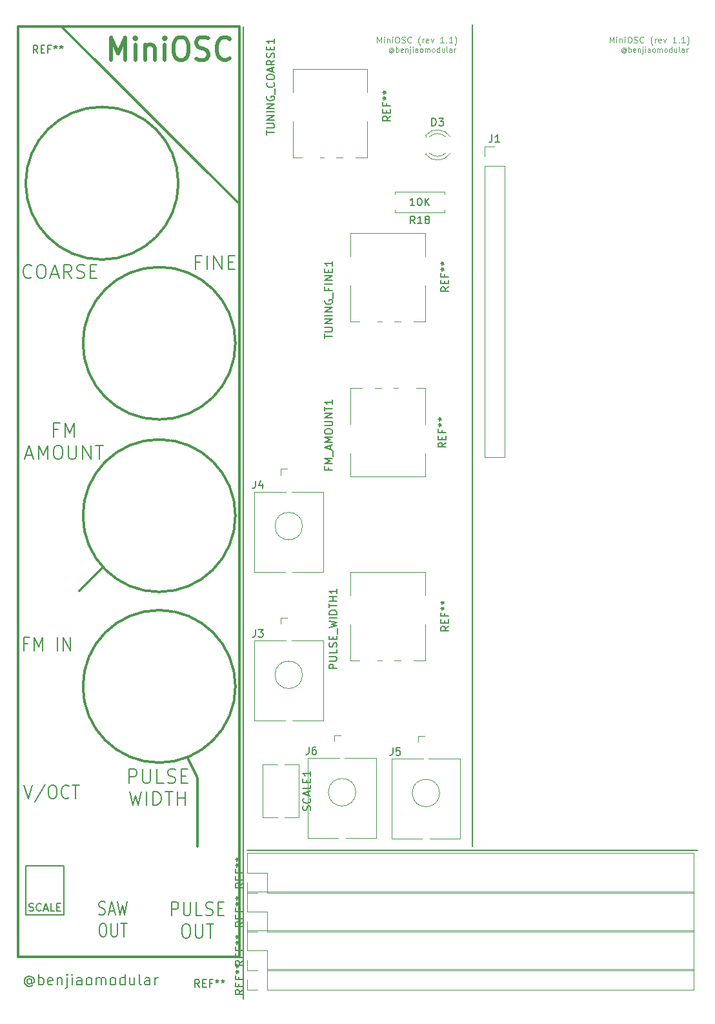
<source format=gbr>
%TF.GenerationSoftware,KiCad,Pcbnew,7.0.9*%
%TF.CreationDate,2023-12-08T22:38:07+01:00*%
%TF.ProjectId,MiniOSC-handscore,4d696e69-4f53-4432-9d68-616e6473636f,rev?*%
%TF.SameCoordinates,Original*%
%TF.FileFunction,Legend,Top*%
%TF.FilePolarity,Positive*%
%FSLAX46Y46*%
G04 Gerber Fmt 4.6, Leading zero omitted, Abs format (unit mm)*
G04 Created by KiCad (PCBNEW 7.0.9) date 2023-12-08 22:38:07*
%MOMM*%
%LPD*%
G01*
G04 APERTURE LIST*
%ADD10C,0.150000*%
%ADD11C,0.300000*%
%ADD12C,0.100000*%
%ADD13C,0.500000*%
%ADD14C,0.120000*%
G04 APERTURE END LIST*
D10*
X129600000Y-153500000D02*
X70525000Y-153500000D01*
X70000000Y-173000000D02*
X70000000Y-45500000D01*
X100050000Y-153000000D02*
X100050000Y-45250000D01*
D11*
X48500000Y-119500000D02*
X51500000Y-116500000D01*
X69500000Y-167500000D02*
X69500000Y-66500000D01*
X69500000Y-45500000D02*
X69500000Y-66500000D01*
X69000626Y-109611874D02*
G75*
G03*
X69000626Y-109611874I-10000626J0D01*
G01*
X61512492Y-66012492D02*
G75*
G03*
X61512492Y-66012492I-10012492J0D01*
G01*
X64000000Y-153000000D02*
X64000000Y-144000000D01*
D10*
X46500000Y-162000000D02*
X41500000Y-162000000D01*
X41500000Y-155500000D02*
X46500000Y-155500000D01*
D11*
X69000000Y-132000000D02*
G75*
G03*
X69000000Y-132000000I-10000000J0D01*
G01*
X40500000Y-45500000D02*
X69500000Y-45500000D01*
D10*
X46500000Y-155500000D02*
X46500000Y-162000000D01*
D11*
X40500000Y-167500000D02*
X69500000Y-167500000D01*
X46300000Y-45600000D02*
X69300000Y-68500000D01*
X40500000Y-45500000D02*
X40500000Y-167500000D01*
X64000000Y-144000000D02*
X62800000Y-141600000D01*
D10*
X41500000Y-162000000D02*
X41500000Y-155500000D01*
D11*
X69000000Y-87000000D02*
G75*
G03*
X69000000Y-87000000I-10000000J0D01*
G01*
D12*
X87593735Y-47614895D02*
X87593735Y-46814895D01*
X87593735Y-46814895D02*
X87860401Y-47386323D01*
X87860401Y-47386323D02*
X88127068Y-46814895D01*
X88127068Y-46814895D02*
X88127068Y-47614895D01*
X88508021Y-47614895D02*
X88508021Y-47081561D01*
X88508021Y-46814895D02*
X88469925Y-46852990D01*
X88469925Y-46852990D02*
X88508021Y-46891085D01*
X88508021Y-46891085D02*
X88546116Y-46852990D01*
X88546116Y-46852990D02*
X88508021Y-46814895D01*
X88508021Y-46814895D02*
X88508021Y-46891085D01*
X88888973Y-47081561D02*
X88888973Y-47614895D01*
X88888973Y-47157752D02*
X88927068Y-47119657D01*
X88927068Y-47119657D02*
X89003258Y-47081561D01*
X89003258Y-47081561D02*
X89117544Y-47081561D01*
X89117544Y-47081561D02*
X89193735Y-47119657D01*
X89193735Y-47119657D02*
X89231830Y-47195847D01*
X89231830Y-47195847D02*
X89231830Y-47614895D01*
X89612783Y-47614895D02*
X89612783Y-47081561D01*
X89612783Y-46814895D02*
X89574687Y-46852990D01*
X89574687Y-46852990D02*
X89612783Y-46891085D01*
X89612783Y-46891085D02*
X89650878Y-46852990D01*
X89650878Y-46852990D02*
X89612783Y-46814895D01*
X89612783Y-46814895D02*
X89612783Y-46891085D01*
X90146116Y-46814895D02*
X90298497Y-46814895D01*
X90298497Y-46814895D02*
X90374687Y-46852990D01*
X90374687Y-46852990D02*
X90450878Y-46929180D01*
X90450878Y-46929180D02*
X90488973Y-47081561D01*
X90488973Y-47081561D02*
X90488973Y-47348228D01*
X90488973Y-47348228D02*
X90450878Y-47500609D01*
X90450878Y-47500609D02*
X90374687Y-47576800D01*
X90374687Y-47576800D02*
X90298497Y-47614895D01*
X90298497Y-47614895D02*
X90146116Y-47614895D01*
X90146116Y-47614895D02*
X90069925Y-47576800D01*
X90069925Y-47576800D02*
X89993735Y-47500609D01*
X89993735Y-47500609D02*
X89955639Y-47348228D01*
X89955639Y-47348228D02*
X89955639Y-47081561D01*
X89955639Y-47081561D02*
X89993735Y-46929180D01*
X89993735Y-46929180D02*
X90069925Y-46852990D01*
X90069925Y-46852990D02*
X90146116Y-46814895D01*
X90793734Y-47576800D02*
X90908020Y-47614895D01*
X90908020Y-47614895D02*
X91098496Y-47614895D01*
X91098496Y-47614895D02*
X91174687Y-47576800D01*
X91174687Y-47576800D02*
X91212782Y-47538704D01*
X91212782Y-47538704D02*
X91250877Y-47462514D01*
X91250877Y-47462514D02*
X91250877Y-47386323D01*
X91250877Y-47386323D02*
X91212782Y-47310133D01*
X91212782Y-47310133D02*
X91174687Y-47272038D01*
X91174687Y-47272038D02*
X91098496Y-47233942D01*
X91098496Y-47233942D02*
X90946115Y-47195847D01*
X90946115Y-47195847D02*
X90869925Y-47157752D01*
X90869925Y-47157752D02*
X90831830Y-47119657D01*
X90831830Y-47119657D02*
X90793734Y-47043466D01*
X90793734Y-47043466D02*
X90793734Y-46967276D01*
X90793734Y-46967276D02*
X90831830Y-46891085D01*
X90831830Y-46891085D02*
X90869925Y-46852990D01*
X90869925Y-46852990D02*
X90946115Y-46814895D01*
X90946115Y-46814895D02*
X91136592Y-46814895D01*
X91136592Y-46814895D02*
X91250877Y-46852990D01*
X92050878Y-47538704D02*
X92012782Y-47576800D01*
X92012782Y-47576800D02*
X91898497Y-47614895D01*
X91898497Y-47614895D02*
X91822306Y-47614895D01*
X91822306Y-47614895D02*
X91708020Y-47576800D01*
X91708020Y-47576800D02*
X91631830Y-47500609D01*
X91631830Y-47500609D02*
X91593735Y-47424419D01*
X91593735Y-47424419D02*
X91555639Y-47272038D01*
X91555639Y-47272038D02*
X91555639Y-47157752D01*
X91555639Y-47157752D02*
X91593735Y-47005371D01*
X91593735Y-47005371D02*
X91631830Y-46929180D01*
X91631830Y-46929180D02*
X91708020Y-46852990D01*
X91708020Y-46852990D02*
X91822306Y-46814895D01*
X91822306Y-46814895D02*
X91898497Y-46814895D01*
X91898497Y-46814895D02*
X92012782Y-46852990D01*
X92012782Y-46852990D02*
X92050878Y-46891085D01*
X93231830Y-47919657D02*
X93193735Y-47881561D01*
X93193735Y-47881561D02*
X93117544Y-47767276D01*
X93117544Y-47767276D02*
X93079449Y-47691085D01*
X93079449Y-47691085D02*
X93041354Y-47576800D01*
X93041354Y-47576800D02*
X93003259Y-47386323D01*
X93003259Y-47386323D02*
X93003259Y-47233942D01*
X93003259Y-47233942D02*
X93041354Y-47043466D01*
X93041354Y-47043466D02*
X93079449Y-46929180D01*
X93079449Y-46929180D02*
X93117544Y-46852990D01*
X93117544Y-46852990D02*
X93193735Y-46738704D01*
X93193735Y-46738704D02*
X93231830Y-46700609D01*
X93536592Y-47614895D02*
X93536592Y-47081561D01*
X93536592Y-47233942D02*
X93574687Y-47157752D01*
X93574687Y-47157752D02*
X93612782Y-47119657D01*
X93612782Y-47119657D02*
X93688973Y-47081561D01*
X93688973Y-47081561D02*
X93765163Y-47081561D01*
X94336592Y-47576800D02*
X94260401Y-47614895D01*
X94260401Y-47614895D02*
X94108020Y-47614895D01*
X94108020Y-47614895D02*
X94031830Y-47576800D01*
X94031830Y-47576800D02*
X93993734Y-47500609D01*
X93993734Y-47500609D02*
X93993734Y-47195847D01*
X93993734Y-47195847D02*
X94031830Y-47119657D01*
X94031830Y-47119657D02*
X94108020Y-47081561D01*
X94108020Y-47081561D02*
X94260401Y-47081561D01*
X94260401Y-47081561D02*
X94336592Y-47119657D01*
X94336592Y-47119657D02*
X94374687Y-47195847D01*
X94374687Y-47195847D02*
X94374687Y-47272038D01*
X94374687Y-47272038D02*
X93993734Y-47348228D01*
X94641353Y-47081561D02*
X94831829Y-47614895D01*
X94831829Y-47614895D02*
X95022306Y-47081561D01*
X96355639Y-47614895D02*
X95898496Y-47614895D01*
X96127068Y-47614895D02*
X96127068Y-46814895D01*
X96127068Y-46814895D02*
X96050877Y-46929180D01*
X96050877Y-46929180D02*
X95974687Y-47005371D01*
X95974687Y-47005371D02*
X95898496Y-47043466D01*
X96698497Y-47538704D02*
X96736592Y-47576800D01*
X96736592Y-47576800D02*
X96698497Y-47614895D01*
X96698497Y-47614895D02*
X96660401Y-47576800D01*
X96660401Y-47576800D02*
X96698497Y-47538704D01*
X96698497Y-47538704D02*
X96698497Y-47614895D01*
X97498496Y-47614895D02*
X97041353Y-47614895D01*
X97269925Y-47614895D02*
X97269925Y-46814895D01*
X97269925Y-46814895D02*
X97193734Y-46929180D01*
X97193734Y-46929180D02*
X97117544Y-47005371D01*
X97117544Y-47005371D02*
X97041353Y-47043466D01*
X97765163Y-47919657D02*
X97803258Y-47881561D01*
X97803258Y-47881561D02*
X97879449Y-47767276D01*
X97879449Y-47767276D02*
X97917544Y-47691085D01*
X97917544Y-47691085D02*
X97955639Y-47576800D01*
X97955639Y-47576800D02*
X97993735Y-47386323D01*
X97993735Y-47386323D02*
X97993735Y-47233942D01*
X97993735Y-47233942D02*
X97955639Y-47043466D01*
X97955639Y-47043466D02*
X97917544Y-46929180D01*
X97917544Y-46929180D02*
X97879449Y-46852990D01*
X97879449Y-46852990D02*
X97803258Y-46738704D01*
X97803258Y-46738704D02*
X97765163Y-46700609D01*
X118093735Y-47614895D02*
X118093735Y-46814895D01*
X118093735Y-46814895D02*
X118360401Y-47386323D01*
X118360401Y-47386323D02*
X118627068Y-46814895D01*
X118627068Y-46814895D02*
X118627068Y-47614895D01*
X119008021Y-47614895D02*
X119008021Y-47081561D01*
X119008021Y-46814895D02*
X118969925Y-46852990D01*
X118969925Y-46852990D02*
X119008021Y-46891085D01*
X119008021Y-46891085D02*
X119046116Y-46852990D01*
X119046116Y-46852990D02*
X119008021Y-46814895D01*
X119008021Y-46814895D02*
X119008021Y-46891085D01*
X119388973Y-47081561D02*
X119388973Y-47614895D01*
X119388973Y-47157752D02*
X119427068Y-47119657D01*
X119427068Y-47119657D02*
X119503258Y-47081561D01*
X119503258Y-47081561D02*
X119617544Y-47081561D01*
X119617544Y-47081561D02*
X119693735Y-47119657D01*
X119693735Y-47119657D02*
X119731830Y-47195847D01*
X119731830Y-47195847D02*
X119731830Y-47614895D01*
X120112783Y-47614895D02*
X120112783Y-47081561D01*
X120112783Y-46814895D02*
X120074687Y-46852990D01*
X120074687Y-46852990D02*
X120112783Y-46891085D01*
X120112783Y-46891085D02*
X120150878Y-46852990D01*
X120150878Y-46852990D02*
X120112783Y-46814895D01*
X120112783Y-46814895D02*
X120112783Y-46891085D01*
X120646116Y-46814895D02*
X120798497Y-46814895D01*
X120798497Y-46814895D02*
X120874687Y-46852990D01*
X120874687Y-46852990D02*
X120950878Y-46929180D01*
X120950878Y-46929180D02*
X120988973Y-47081561D01*
X120988973Y-47081561D02*
X120988973Y-47348228D01*
X120988973Y-47348228D02*
X120950878Y-47500609D01*
X120950878Y-47500609D02*
X120874687Y-47576800D01*
X120874687Y-47576800D02*
X120798497Y-47614895D01*
X120798497Y-47614895D02*
X120646116Y-47614895D01*
X120646116Y-47614895D02*
X120569925Y-47576800D01*
X120569925Y-47576800D02*
X120493735Y-47500609D01*
X120493735Y-47500609D02*
X120455639Y-47348228D01*
X120455639Y-47348228D02*
X120455639Y-47081561D01*
X120455639Y-47081561D02*
X120493735Y-46929180D01*
X120493735Y-46929180D02*
X120569925Y-46852990D01*
X120569925Y-46852990D02*
X120646116Y-46814895D01*
X121293734Y-47576800D02*
X121408020Y-47614895D01*
X121408020Y-47614895D02*
X121598496Y-47614895D01*
X121598496Y-47614895D02*
X121674687Y-47576800D01*
X121674687Y-47576800D02*
X121712782Y-47538704D01*
X121712782Y-47538704D02*
X121750877Y-47462514D01*
X121750877Y-47462514D02*
X121750877Y-47386323D01*
X121750877Y-47386323D02*
X121712782Y-47310133D01*
X121712782Y-47310133D02*
X121674687Y-47272038D01*
X121674687Y-47272038D02*
X121598496Y-47233942D01*
X121598496Y-47233942D02*
X121446115Y-47195847D01*
X121446115Y-47195847D02*
X121369925Y-47157752D01*
X121369925Y-47157752D02*
X121331830Y-47119657D01*
X121331830Y-47119657D02*
X121293734Y-47043466D01*
X121293734Y-47043466D02*
X121293734Y-46967276D01*
X121293734Y-46967276D02*
X121331830Y-46891085D01*
X121331830Y-46891085D02*
X121369925Y-46852990D01*
X121369925Y-46852990D02*
X121446115Y-46814895D01*
X121446115Y-46814895D02*
X121636592Y-46814895D01*
X121636592Y-46814895D02*
X121750877Y-46852990D01*
X122550878Y-47538704D02*
X122512782Y-47576800D01*
X122512782Y-47576800D02*
X122398497Y-47614895D01*
X122398497Y-47614895D02*
X122322306Y-47614895D01*
X122322306Y-47614895D02*
X122208020Y-47576800D01*
X122208020Y-47576800D02*
X122131830Y-47500609D01*
X122131830Y-47500609D02*
X122093735Y-47424419D01*
X122093735Y-47424419D02*
X122055639Y-47272038D01*
X122055639Y-47272038D02*
X122055639Y-47157752D01*
X122055639Y-47157752D02*
X122093735Y-47005371D01*
X122093735Y-47005371D02*
X122131830Y-46929180D01*
X122131830Y-46929180D02*
X122208020Y-46852990D01*
X122208020Y-46852990D02*
X122322306Y-46814895D01*
X122322306Y-46814895D02*
X122398497Y-46814895D01*
X122398497Y-46814895D02*
X122512782Y-46852990D01*
X122512782Y-46852990D02*
X122550878Y-46891085D01*
X123731830Y-47919657D02*
X123693735Y-47881561D01*
X123693735Y-47881561D02*
X123617544Y-47767276D01*
X123617544Y-47767276D02*
X123579449Y-47691085D01*
X123579449Y-47691085D02*
X123541354Y-47576800D01*
X123541354Y-47576800D02*
X123503259Y-47386323D01*
X123503259Y-47386323D02*
X123503259Y-47233942D01*
X123503259Y-47233942D02*
X123541354Y-47043466D01*
X123541354Y-47043466D02*
X123579449Y-46929180D01*
X123579449Y-46929180D02*
X123617544Y-46852990D01*
X123617544Y-46852990D02*
X123693735Y-46738704D01*
X123693735Y-46738704D02*
X123731830Y-46700609D01*
X124036592Y-47614895D02*
X124036592Y-47081561D01*
X124036592Y-47233942D02*
X124074687Y-47157752D01*
X124074687Y-47157752D02*
X124112782Y-47119657D01*
X124112782Y-47119657D02*
X124188973Y-47081561D01*
X124188973Y-47081561D02*
X124265163Y-47081561D01*
X124836592Y-47576800D02*
X124760401Y-47614895D01*
X124760401Y-47614895D02*
X124608020Y-47614895D01*
X124608020Y-47614895D02*
X124531830Y-47576800D01*
X124531830Y-47576800D02*
X124493734Y-47500609D01*
X124493734Y-47500609D02*
X124493734Y-47195847D01*
X124493734Y-47195847D02*
X124531830Y-47119657D01*
X124531830Y-47119657D02*
X124608020Y-47081561D01*
X124608020Y-47081561D02*
X124760401Y-47081561D01*
X124760401Y-47081561D02*
X124836592Y-47119657D01*
X124836592Y-47119657D02*
X124874687Y-47195847D01*
X124874687Y-47195847D02*
X124874687Y-47272038D01*
X124874687Y-47272038D02*
X124493734Y-47348228D01*
X125141353Y-47081561D02*
X125331829Y-47614895D01*
X125331829Y-47614895D02*
X125522306Y-47081561D01*
X126855639Y-47614895D02*
X126398496Y-47614895D01*
X126627068Y-47614895D02*
X126627068Y-46814895D01*
X126627068Y-46814895D02*
X126550877Y-46929180D01*
X126550877Y-46929180D02*
X126474687Y-47005371D01*
X126474687Y-47005371D02*
X126398496Y-47043466D01*
X127198497Y-47538704D02*
X127236592Y-47576800D01*
X127236592Y-47576800D02*
X127198497Y-47614895D01*
X127198497Y-47614895D02*
X127160401Y-47576800D01*
X127160401Y-47576800D02*
X127198497Y-47538704D01*
X127198497Y-47538704D02*
X127198497Y-47614895D01*
X127998496Y-47614895D02*
X127541353Y-47614895D01*
X127769925Y-47614895D02*
X127769925Y-46814895D01*
X127769925Y-46814895D02*
X127693734Y-46929180D01*
X127693734Y-46929180D02*
X127617544Y-47005371D01*
X127617544Y-47005371D02*
X127541353Y-47043466D01*
X128265163Y-47919657D02*
X128303258Y-47881561D01*
X128303258Y-47881561D02*
X128379449Y-47767276D01*
X128379449Y-47767276D02*
X128417544Y-47691085D01*
X128417544Y-47691085D02*
X128455639Y-47576800D01*
X128455639Y-47576800D02*
X128493735Y-47386323D01*
X128493735Y-47386323D02*
X128493735Y-47233942D01*
X128493735Y-47233942D02*
X128455639Y-47043466D01*
X128455639Y-47043466D02*
X128417544Y-46929180D01*
X128417544Y-46929180D02*
X128379449Y-46852990D01*
X128379449Y-46852990D02*
X128303258Y-46738704D01*
X128303258Y-46738704D02*
X128265163Y-46700609D01*
X89616669Y-48485300D02*
X89583335Y-48451966D01*
X89583335Y-48451966D02*
X89516669Y-48418633D01*
X89516669Y-48418633D02*
X89450002Y-48418633D01*
X89450002Y-48418633D02*
X89383335Y-48451966D01*
X89383335Y-48451966D02*
X89350002Y-48485300D01*
X89350002Y-48485300D02*
X89316669Y-48551966D01*
X89316669Y-48551966D02*
X89316669Y-48618633D01*
X89316669Y-48618633D02*
X89350002Y-48685300D01*
X89350002Y-48685300D02*
X89383335Y-48718633D01*
X89383335Y-48718633D02*
X89450002Y-48751966D01*
X89450002Y-48751966D02*
X89516669Y-48751966D01*
X89516669Y-48751966D02*
X89583335Y-48718633D01*
X89583335Y-48718633D02*
X89616669Y-48685300D01*
X89616669Y-48418633D02*
X89616669Y-48685300D01*
X89616669Y-48685300D02*
X89650002Y-48718633D01*
X89650002Y-48718633D02*
X89683335Y-48718633D01*
X89683335Y-48718633D02*
X89750002Y-48685300D01*
X89750002Y-48685300D02*
X89783335Y-48618633D01*
X89783335Y-48618633D02*
X89783335Y-48451966D01*
X89783335Y-48451966D02*
X89716669Y-48351966D01*
X89716669Y-48351966D02*
X89616669Y-48285300D01*
X89616669Y-48285300D02*
X89483335Y-48251966D01*
X89483335Y-48251966D02*
X89350002Y-48285300D01*
X89350002Y-48285300D02*
X89250002Y-48351966D01*
X89250002Y-48351966D02*
X89183335Y-48451966D01*
X89183335Y-48451966D02*
X89150002Y-48585300D01*
X89150002Y-48585300D02*
X89183335Y-48718633D01*
X89183335Y-48718633D02*
X89250002Y-48818633D01*
X89250002Y-48818633D02*
X89350002Y-48885300D01*
X89350002Y-48885300D02*
X89483335Y-48918633D01*
X89483335Y-48918633D02*
X89616669Y-48885300D01*
X89616669Y-48885300D02*
X89716669Y-48818633D01*
X90083335Y-48818633D02*
X90083335Y-48118633D01*
X90083335Y-48385300D02*
X90150002Y-48351966D01*
X90150002Y-48351966D02*
X90283335Y-48351966D01*
X90283335Y-48351966D02*
X90350002Y-48385300D01*
X90350002Y-48385300D02*
X90383335Y-48418633D01*
X90383335Y-48418633D02*
X90416669Y-48485300D01*
X90416669Y-48485300D02*
X90416669Y-48685300D01*
X90416669Y-48685300D02*
X90383335Y-48751966D01*
X90383335Y-48751966D02*
X90350002Y-48785300D01*
X90350002Y-48785300D02*
X90283335Y-48818633D01*
X90283335Y-48818633D02*
X90150002Y-48818633D01*
X90150002Y-48818633D02*
X90083335Y-48785300D01*
X90983335Y-48785300D02*
X90916668Y-48818633D01*
X90916668Y-48818633D02*
X90783335Y-48818633D01*
X90783335Y-48818633D02*
X90716668Y-48785300D01*
X90716668Y-48785300D02*
X90683335Y-48718633D01*
X90683335Y-48718633D02*
X90683335Y-48451966D01*
X90683335Y-48451966D02*
X90716668Y-48385300D01*
X90716668Y-48385300D02*
X90783335Y-48351966D01*
X90783335Y-48351966D02*
X90916668Y-48351966D01*
X90916668Y-48351966D02*
X90983335Y-48385300D01*
X90983335Y-48385300D02*
X91016668Y-48451966D01*
X91016668Y-48451966D02*
X91016668Y-48518633D01*
X91016668Y-48518633D02*
X90683335Y-48585300D01*
X91316668Y-48351966D02*
X91316668Y-48818633D01*
X91316668Y-48418633D02*
X91350002Y-48385300D01*
X91350002Y-48385300D02*
X91416668Y-48351966D01*
X91416668Y-48351966D02*
X91516668Y-48351966D01*
X91516668Y-48351966D02*
X91583335Y-48385300D01*
X91583335Y-48385300D02*
X91616668Y-48451966D01*
X91616668Y-48451966D02*
X91616668Y-48818633D01*
X91950001Y-48351966D02*
X91950001Y-48951966D01*
X91950001Y-48951966D02*
X91916668Y-49018633D01*
X91916668Y-49018633D02*
X91850001Y-49051966D01*
X91850001Y-49051966D02*
X91816668Y-49051966D01*
X91950001Y-48118633D02*
X91916668Y-48151966D01*
X91916668Y-48151966D02*
X91950001Y-48185300D01*
X91950001Y-48185300D02*
X91983335Y-48151966D01*
X91983335Y-48151966D02*
X91950001Y-48118633D01*
X91950001Y-48118633D02*
X91950001Y-48185300D01*
X92283334Y-48818633D02*
X92283334Y-48351966D01*
X92283334Y-48118633D02*
X92250001Y-48151966D01*
X92250001Y-48151966D02*
X92283334Y-48185300D01*
X92283334Y-48185300D02*
X92316668Y-48151966D01*
X92316668Y-48151966D02*
X92283334Y-48118633D01*
X92283334Y-48118633D02*
X92283334Y-48185300D01*
X92916667Y-48818633D02*
X92916667Y-48451966D01*
X92916667Y-48451966D02*
X92883334Y-48385300D01*
X92883334Y-48385300D02*
X92816667Y-48351966D01*
X92816667Y-48351966D02*
X92683334Y-48351966D01*
X92683334Y-48351966D02*
X92616667Y-48385300D01*
X92916667Y-48785300D02*
X92850001Y-48818633D01*
X92850001Y-48818633D02*
X92683334Y-48818633D01*
X92683334Y-48818633D02*
X92616667Y-48785300D01*
X92616667Y-48785300D02*
X92583334Y-48718633D01*
X92583334Y-48718633D02*
X92583334Y-48651966D01*
X92583334Y-48651966D02*
X92616667Y-48585300D01*
X92616667Y-48585300D02*
X92683334Y-48551966D01*
X92683334Y-48551966D02*
X92850001Y-48551966D01*
X92850001Y-48551966D02*
X92916667Y-48518633D01*
X93350000Y-48818633D02*
X93283334Y-48785300D01*
X93283334Y-48785300D02*
X93250000Y-48751966D01*
X93250000Y-48751966D02*
X93216667Y-48685300D01*
X93216667Y-48685300D02*
X93216667Y-48485300D01*
X93216667Y-48485300D02*
X93250000Y-48418633D01*
X93250000Y-48418633D02*
X93283334Y-48385300D01*
X93283334Y-48385300D02*
X93350000Y-48351966D01*
X93350000Y-48351966D02*
X93450000Y-48351966D01*
X93450000Y-48351966D02*
X93516667Y-48385300D01*
X93516667Y-48385300D02*
X93550000Y-48418633D01*
X93550000Y-48418633D02*
X93583334Y-48485300D01*
X93583334Y-48485300D02*
X93583334Y-48685300D01*
X93583334Y-48685300D02*
X93550000Y-48751966D01*
X93550000Y-48751966D02*
X93516667Y-48785300D01*
X93516667Y-48785300D02*
X93450000Y-48818633D01*
X93450000Y-48818633D02*
X93350000Y-48818633D01*
X93883333Y-48818633D02*
X93883333Y-48351966D01*
X93883333Y-48418633D02*
X93916667Y-48385300D01*
X93916667Y-48385300D02*
X93983333Y-48351966D01*
X93983333Y-48351966D02*
X94083333Y-48351966D01*
X94083333Y-48351966D02*
X94150000Y-48385300D01*
X94150000Y-48385300D02*
X94183333Y-48451966D01*
X94183333Y-48451966D02*
X94183333Y-48818633D01*
X94183333Y-48451966D02*
X94216667Y-48385300D01*
X94216667Y-48385300D02*
X94283333Y-48351966D01*
X94283333Y-48351966D02*
X94383333Y-48351966D01*
X94383333Y-48351966D02*
X94450000Y-48385300D01*
X94450000Y-48385300D02*
X94483333Y-48451966D01*
X94483333Y-48451966D02*
X94483333Y-48818633D01*
X94916666Y-48818633D02*
X94850000Y-48785300D01*
X94850000Y-48785300D02*
X94816666Y-48751966D01*
X94816666Y-48751966D02*
X94783333Y-48685300D01*
X94783333Y-48685300D02*
X94783333Y-48485300D01*
X94783333Y-48485300D02*
X94816666Y-48418633D01*
X94816666Y-48418633D02*
X94850000Y-48385300D01*
X94850000Y-48385300D02*
X94916666Y-48351966D01*
X94916666Y-48351966D02*
X95016666Y-48351966D01*
X95016666Y-48351966D02*
X95083333Y-48385300D01*
X95083333Y-48385300D02*
X95116666Y-48418633D01*
X95116666Y-48418633D02*
X95150000Y-48485300D01*
X95150000Y-48485300D02*
X95150000Y-48685300D01*
X95150000Y-48685300D02*
X95116666Y-48751966D01*
X95116666Y-48751966D02*
X95083333Y-48785300D01*
X95083333Y-48785300D02*
X95016666Y-48818633D01*
X95016666Y-48818633D02*
X94916666Y-48818633D01*
X95749999Y-48818633D02*
X95749999Y-48118633D01*
X95749999Y-48785300D02*
X95683333Y-48818633D01*
X95683333Y-48818633D02*
X95549999Y-48818633D01*
X95549999Y-48818633D02*
X95483333Y-48785300D01*
X95483333Y-48785300D02*
X95449999Y-48751966D01*
X95449999Y-48751966D02*
X95416666Y-48685300D01*
X95416666Y-48685300D02*
X95416666Y-48485300D01*
X95416666Y-48485300D02*
X95449999Y-48418633D01*
X95449999Y-48418633D02*
X95483333Y-48385300D01*
X95483333Y-48385300D02*
X95549999Y-48351966D01*
X95549999Y-48351966D02*
X95683333Y-48351966D01*
X95683333Y-48351966D02*
X95749999Y-48385300D01*
X96383332Y-48351966D02*
X96383332Y-48818633D01*
X96083332Y-48351966D02*
X96083332Y-48718633D01*
X96083332Y-48718633D02*
X96116666Y-48785300D01*
X96116666Y-48785300D02*
X96183332Y-48818633D01*
X96183332Y-48818633D02*
X96283332Y-48818633D01*
X96283332Y-48818633D02*
X96349999Y-48785300D01*
X96349999Y-48785300D02*
X96383332Y-48751966D01*
X96816665Y-48818633D02*
X96749999Y-48785300D01*
X96749999Y-48785300D02*
X96716665Y-48718633D01*
X96716665Y-48718633D02*
X96716665Y-48118633D01*
X97383332Y-48818633D02*
X97383332Y-48451966D01*
X97383332Y-48451966D02*
X97349999Y-48385300D01*
X97349999Y-48385300D02*
X97283332Y-48351966D01*
X97283332Y-48351966D02*
X97149999Y-48351966D01*
X97149999Y-48351966D02*
X97083332Y-48385300D01*
X97383332Y-48785300D02*
X97316666Y-48818633D01*
X97316666Y-48818633D02*
X97149999Y-48818633D01*
X97149999Y-48818633D02*
X97083332Y-48785300D01*
X97083332Y-48785300D02*
X97049999Y-48718633D01*
X97049999Y-48718633D02*
X97049999Y-48651966D01*
X97049999Y-48651966D02*
X97083332Y-48585300D01*
X97083332Y-48585300D02*
X97149999Y-48551966D01*
X97149999Y-48551966D02*
X97316666Y-48551966D01*
X97316666Y-48551966D02*
X97383332Y-48518633D01*
X97716665Y-48818633D02*
X97716665Y-48351966D01*
X97716665Y-48485300D02*
X97749999Y-48418633D01*
X97749999Y-48418633D02*
X97783332Y-48385300D01*
X97783332Y-48385300D02*
X97849999Y-48351966D01*
X97849999Y-48351966D02*
X97916665Y-48351966D01*
X120116669Y-48485300D02*
X120083335Y-48451966D01*
X120083335Y-48451966D02*
X120016669Y-48418633D01*
X120016669Y-48418633D02*
X119950002Y-48418633D01*
X119950002Y-48418633D02*
X119883335Y-48451966D01*
X119883335Y-48451966D02*
X119850002Y-48485300D01*
X119850002Y-48485300D02*
X119816669Y-48551966D01*
X119816669Y-48551966D02*
X119816669Y-48618633D01*
X119816669Y-48618633D02*
X119850002Y-48685300D01*
X119850002Y-48685300D02*
X119883335Y-48718633D01*
X119883335Y-48718633D02*
X119950002Y-48751966D01*
X119950002Y-48751966D02*
X120016669Y-48751966D01*
X120016669Y-48751966D02*
X120083335Y-48718633D01*
X120083335Y-48718633D02*
X120116669Y-48685300D01*
X120116669Y-48418633D02*
X120116669Y-48685300D01*
X120116669Y-48685300D02*
X120150002Y-48718633D01*
X120150002Y-48718633D02*
X120183335Y-48718633D01*
X120183335Y-48718633D02*
X120250002Y-48685300D01*
X120250002Y-48685300D02*
X120283335Y-48618633D01*
X120283335Y-48618633D02*
X120283335Y-48451966D01*
X120283335Y-48451966D02*
X120216669Y-48351966D01*
X120216669Y-48351966D02*
X120116669Y-48285300D01*
X120116669Y-48285300D02*
X119983335Y-48251966D01*
X119983335Y-48251966D02*
X119850002Y-48285300D01*
X119850002Y-48285300D02*
X119750002Y-48351966D01*
X119750002Y-48351966D02*
X119683335Y-48451966D01*
X119683335Y-48451966D02*
X119650002Y-48585300D01*
X119650002Y-48585300D02*
X119683335Y-48718633D01*
X119683335Y-48718633D02*
X119750002Y-48818633D01*
X119750002Y-48818633D02*
X119850002Y-48885300D01*
X119850002Y-48885300D02*
X119983335Y-48918633D01*
X119983335Y-48918633D02*
X120116669Y-48885300D01*
X120116669Y-48885300D02*
X120216669Y-48818633D01*
X120583335Y-48818633D02*
X120583335Y-48118633D01*
X120583335Y-48385300D02*
X120650002Y-48351966D01*
X120650002Y-48351966D02*
X120783335Y-48351966D01*
X120783335Y-48351966D02*
X120850002Y-48385300D01*
X120850002Y-48385300D02*
X120883335Y-48418633D01*
X120883335Y-48418633D02*
X120916669Y-48485300D01*
X120916669Y-48485300D02*
X120916669Y-48685300D01*
X120916669Y-48685300D02*
X120883335Y-48751966D01*
X120883335Y-48751966D02*
X120850002Y-48785300D01*
X120850002Y-48785300D02*
X120783335Y-48818633D01*
X120783335Y-48818633D02*
X120650002Y-48818633D01*
X120650002Y-48818633D02*
X120583335Y-48785300D01*
X121483335Y-48785300D02*
X121416668Y-48818633D01*
X121416668Y-48818633D02*
X121283335Y-48818633D01*
X121283335Y-48818633D02*
X121216668Y-48785300D01*
X121216668Y-48785300D02*
X121183335Y-48718633D01*
X121183335Y-48718633D02*
X121183335Y-48451966D01*
X121183335Y-48451966D02*
X121216668Y-48385300D01*
X121216668Y-48385300D02*
X121283335Y-48351966D01*
X121283335Y-48351966D02*
X121416668Y-48351966D01*
X121416668Y-48351966D02*
X121483335Y-48385300D01*
X121483335Y-48385300D02*
X121516668Y-48451966D01*
X121516668Y-48451966D02*
X121516668Y-48518633D01*
X121516668Y-48518633D02*
X121183335Y-48585300D01*
X121816668Y-48351966D02*
X121816668Y-48818633D01*
X121816668Y-48418633D02*
X121850002Y-48385300D01*
X121850002Y-48385300D02*
X121916668Y-48351966D01*
X121916668Y-48351966D02*
X122016668Y-48351966D01*
X122016668Y-48351966D02*
X122083335Y-48385300D01*
X122083335Y-48385300D02*
X122116668Y-48451966D01*
X122116668Y-48451966D02*
X122116668Y-48818633D01*
X122450001Y-48351966D02*
X122450001Y-48951966D01*
X122450001Y-48951966D02*
X122416668Y-49018633D01*
X122416668Y-49018633D02*
X122350001Y-49051966D01*
X122350001Y-49051966D02*
X122316668Y-49051966D01*
X122450001Y-48118633D02*
X122416668Y-48151966D01*
X122416668Y-48151966D02*
X122450001Y-48185300D01*
X122450001Y-48185300D02*
X122483335Y-48151966D01*
X122483335Y-48151966D02*
X122450001Y-48118633D01*
X122450001Y-48118633D02*
X122450001Y-48185300D01*
X122783334Y-48818633D02*
X122783334Y-48351966D01*
X122783334Y-48118633D02*
X122750001Y-48151966D01*
X122750001Y-48151966D02*
X122783334Y-48185300D01*
X122783334Y-48185300D02*
X122816668Y-48151966D01*
X122816668Y-48151966D02*
X122783334Y-48118633D01*
X122783334Y-48118633D02*
X122783334Y-48185300D01*
X123416667Y-48818633D02*
X123416667Y-48451966D01*
X123416667Y-48451966D02*
X123383334Y-48385300D01*
X123383334Y-48385300D02*
X123316667Y-48351966D01*
X123316667Y-48351966D02*
X123183334Y-48351966D01*
X123183334Y-48351966D02*
X123116667Y-48385300D01*
X123416667Y-48785300D02*
X123350001Y-48818633D01*
X123350001Y-48818633D02*
X123183334Y-48818633D01*
X123183334Y-48818633D02*
X123116667Y-48785300D01*
X123116667Y-48785300D02*
X123083334Y-48718633D01*
X123083334Y-48718633D02*
X123083334Y-48651966D01*
X123083334Y-48651966D02*
X123116667Y-48585300D01*
X123116667Y-48585300D02*
X123183334Y-48551966D01*
X123183334Y-48551966D02*
X123350001Y-48551966D01*
X123350001Y-48551966D02*
X123416667Y-48518633D01*
X123850000Y-48818633D02*
X123783334Y-48785300D01*
X123783334Y-48785300D02*
X123750000Y-48751966D01*
X123750000Y-48751966D02*
X123716667Y-48685300D01*
X123716667Y-48685300D02*
X123716667Y-48485300D01*
X123716667Y-48485300D02*
X123750000Y-48418633D01*
X123750000Y-48418633D02*
X123783334Y-48385300D01*
X123783334Y-48385300D02*
X123850000Y-48351966D01*
X123850000Y-48351966D02*
X123950000Y-48351966D01*
X123950000Y-48351966D02*
X124016667Y-48385300D01*
X124016667Y-48385300D02*
X124050000Y-48418633D01*
X124050000Y-48418633D02*
X124083334Y-48485300D01*
X124083334Y-48485300D02*
X124083334Y-48685300D01*
X124083334Y-48685300D02*
X124050000Y-48751966D01*
X124050000Y-48751966D02*
X124016667Y-48785300D01*
X124016667Y-48785300D02*
X123950000Y-48818633D01*
X123950000Y-48818633D02*
X123850000Y-48818633D01*
X124383333Y-48818633D02*
X124383333Y-48351966D01*
X124383333Y-48418633D02*
X124416667Y-48385300D01*
X124416667Y-48385300D02*
X124483333Y-48351966D01*
X124483333Y-48351966D02*
X124583333Y-48351966D01*
X124583333Y-48351966D02*
X124650000Y-48385300D01*
X124650000Y-48385300D02*
X124683333Y-48451966D01*
X124683333Y-48451966D02*
X124683333Y-48818633D01*
X124683333Y-48451966D02*
X124716667Y-48385300D01*
X124716667Y-48385300D02*
X124783333Y-48351966D01*
X124783333Y-48351966D02*
X124883333Y-48351966D01*
X124883333Y-48351966D02*
X124950000Y-48385300D01*
X124950000Y-48385300D02*
X124983333Y-48451966D01*
X124983333Y-48451966D02*
X124983333Y-48818633D01*
X125416666Y-48818633D02*
X125350000Y-48785300D01*
X125350000Y-48785300D02*
X125316666Y-48751966D01*
X125316666Y-48751966D02*
X125283333Y-48685300D01*
X125283333Y-48685300D02*
X125283333Y-48485300D01*
X125283333Y-48485300D02*
X125316666Y-48418633D01*
X125316666Y-48418633D02*
X125350000Y-48385300D01*
X125350000Y-48385300D02*
X125416666Y-48351966D01*
X125416666Y-48351966D02*
X125516666Y-48351966D01*
X125516666Y-48351966D02*
X125583333Y-48385300D01*
X125583333Y-48385300D02*
X125616666Y-48418633D01*
X125616666Y-48418633D02*
X125650000Y-48485300D01*
X125650000Y-48485300D02*
X125650000Y-48685300D01*
X125650000Y-48685300D02*
X125616666Y-48751966D01*
X125616666Y-48751966D02*
X125583333Y-48785300D01*
X125583333Y-48785300D02*
X125516666Y-48818633D01*
X125516666Y-48818633D02*
X125416666Y-48818633D01*
X126249999Y-48818633D02*
X126249999Y-48118633D01*
X126249999Y-48785300D02*
X126183333Y-48818633D01*
X126183333Y-48818633D02*
X126049999Y-48818633D01*
X126049999Y-48818633D02*
X125983333Y-48785300D01*
X125983333Y-48785300D02*
X125949999Y-48751966D01*
X125949999Y-48751966D02*
X125916666Y-48685300D01*
X125916666Y-48685300D02*
X125916666Y-48485300D01*
X125916666Y-48485300D02*
X125949999Y-48418633D01*
X125949999Y-48418633D02*
X125983333Y-48385300D01*
X125983333Y-48385300D02*
X126049999Y-48351966D01*
X126049999Y-48351966D02*
X126183333Y-48351966D01*
X126183333Y-48351966D02*
X126249999Y-48385300D01*
X126883332Y-48351966D02*
X126883332Y-48818633D01*
X126583332Y-48351966D02*
X126583332Y-48718633D01*
X126583332Y-48718633D02*
X126616666Y-48785300D01*
X126616666Y-48785300D02*
X126683332Y-48818633D01*
X126683332Y-48818633D02*
X126783332Y-48818633D01*
X126783332Y-48818633D02*
X126849999Y-48785300D01*
X126849999Y-48785300D02*
X126883332Y-48751966D01*
X127316665Y-48818633D02*
X127249999Y-48785300D01*
X127249999Y-48785300D02*
X127216665Y-48718633D01*
X127216665Y-48718633D02*
X127216665Y-48118633D01*
X127883332Y-48818633D02*
X127883332Y-48451966D01*
X127883332Y-48451966D02*
X127849999Y-48385300D01*
X127849999Y-48385300D02*
X127783332Y-48351966D01*
X127783332Y-48351966D02*
X127649999Y-48351966D01*
X127649999Y-48351966D02*
X127583332Y-48385300D01*
X127883332Y-48785300D02*
X127816666Y-48818633D01*
X127816666Y-48818633D02*
X127649999Y-48818633D01*
X127649999Y-48818633D02*
X127583332Y-48785300D01*
X127583332Y-48785300D02*
X127549999Y-48718633D01*
X127549999Y-48718633D02*
X127549999Y-48651966D01*
X127549999Y-48651966D02*
X127583332Y-48585300D01*
X127583332Y-48585300D02*
X127649999Y-48551966D01*
X127649999Y-48551966D02*
X127816666Y-48551966D01*
X127816666Y-48551966D02*
X127883332Y-48518633D01*
X128216665Y-48818633D02*
X128216665Y-48351966D01*
X128216665Y-48485300D02*
X128249999Y-48418633D01*
X128249999Y-48418633D02*
X128283332Y-48385300D01*
X128283332Y-48385300D02*
X128349999Y-48351966D01*
X128349999Y-48351966D02*
X128416665Y-48351966D01*
D10*
X41785714Y-126382057D02*
X41252381Y-126382057D01*
X41252381Y-127324914D02*
X41252381Y-125524914D01*
X41252381Y-125524914D02*
X42014286Y-125524914D01*
X42623810Y-127324914D02*
X42623810Y-125524914D01*
X42623810Y-125524914D02*
X43157143Y-126810628D01*
X43157143Y-126810628D02*
X43690477Y-125524914D01*
X43690477Y-125524914D02*
X43690477Y-127324914D01*
X45671429Y-127324914D02*
X45671429Y-125524914D01*
X46433334Y-127324914D02*
X46433334Y-125524914D01*
X46433334Y-125524914D02*
X47347620Y-127324914D01*
X47347620Y-127324914D02*
X47347620Y-125524914D01*
X41280952Y-144924914D02*
X41814286Y-146724914D01*
X41814286Y-146724914D02*
X42347619Y-144924914D01*
X44023810Y-144839200D02*
X42652381Y-147153485D01*
X44861905Y-144924914D02*
X45166667Y-144924914D01*
X45166667Y-144924914D02*
X45319048Y-145010628D01*
X45319048Y-145010628D02*
X45471429Y-145182057D01*
X45471429Y-145182057D02*
X45547619Y-145524914D01*
X45547619Y-145524914D02*
X45547619Y-146124914D01*
X45547619Y-146124914D02*
X45471429Y-146467771D01*
X45471429Y-146467771D02*
X45319048Y-146639200D01*
X45319048Y-146639200D02*
X45166667Y-146724914D01*
X45166667Y-146724914D02*
X44861905Y-146724914D01*
X44861905Y-146724914D02*
X44709524Y-146639200D01*
X44709524Y-146639200D02*
X44557143Y-146467771D01*
X44557143Y-146467771D02*
X44480952Y-146124914D01*
X44480952Y-146124914D02*
X44480952Y-145524914D01*
X44480952Y-145524914D02*
X44557143Y-145182057D01*
X44557143Y-145182057D02*
X44709524Y-145010628D01*
X44709524Y-145010628D02*
X44861905Y-144924914D01*
X47147619Y-146553485D02*
X47071428Y-146639200D01*
X47071428Y-146639200D02*
X46842857Y-146724914D01*
X46842857Y-146724914D02*
X46690476Y-146724914D01*
X46690476Y-146724914D02*
X46461904Y-146639200D01*
X46461904Y-146639200D02*
X46309523Y-146467771D01*
X46309523Y-146467771D02*
X46233333Y-146296342D01*
X46233333Y-146296342D02*
X46157142Y-145953485D01*
X46157142Y-145953485D02*
X46157142Y-145696342D01*
X46157142Y-145696342D02*
X46233333Y-145353485D01*
X46233333Y-145353485D02*
X46309523Y-145182057D01*
X46309523Y-145182057D02*
X46461904Y-145010628D01*
X46461904Y-145010628D02*
X46690476Y-144924914D01*
X46690476Y-144924914D02*
X46842857Y-144924914D01*
X46842857Y-144924914D02*
X47071428Y-145010628D01*
X47071428Y-145010628D02*
X47147619Y-145096342D01*
X47604761Y-144924914D02*
X48519047Y-144924914D01*
X48061904Y-146724914D02*
X48061904Y-144924914D01*
X42271428Y-78353485D02*
X42185714Y-78439200D01*
X42185714Y-78439200D02*
X41928571Y-78524914D01*
X41928571Y-78524914D02*
X41757143Y-78524914D01*
X41757143Y-78524914D02*
X41500000Y-78439200D01*
X41500000Y-78439200D02*
X41328571Y-78267771D01*
X41328571Y-78267771D02*
X41242857Y-78096342D01*
X41242857Y-78096342D02*
X41157143Y-77753485D01*
X41157143Y-77753485D02*
X41157143Y-77496342D01*
X41157143Y-77496342D02*
X41242857Y-77153485D01*
X41242857Y-77153485D02*
X41328571Y-76982057D01*
X41328571Y-76982057D02*
X41500000Y-76810628D01*
X41500000Y-76810628D02*
X41757143Y-76724914D01*
X41757143Y-76724914D02*
X41928571Y-76724914D01*
X41928571Y-76724914D02*
X42185714Y-76810628D01*
X42185714Y-76810628D02*
X42271428Y-76896342D01*
X43385714Y-76724914D02*
X43728571Y-76724914D01*
X43728571Y-76724914D02*
X43900000Y-76810628D01*
X43900000Y-76810628D02*
X44071428Y-76982057D01*
X44071428Y-76982057D02*
X44157143Y-77324914D01*
X44157143Y-77324914D02*
X44157143Y-77924914D01*
X44157143Y-77924914D02*
X44071428Y-78267771D01*
X44071428Y-78267771D02*
X43900000Y-78439200D01*
X43900000Y-78439200D02*
X43728571Y-78524914D01*
X43728571Y-78524914D02*
X43385714Y-78524914D01*
X43385714Y-78524914D02*
X43214286Y-78439200D01*
X43214286Y-78439200D02*
X43042857Y-78267771D01*
X43042857Y-78267771D02*
X42957143Y-77924914D01*
X42957143Y-77924914D02*
X42957143Y-77324914D01*
X42957143Y-77324914D02*
X43042857Y-76982057D01*
X43042857Y-76982057D02*
X43214286Y-76810628D01*
X43214286Y-76810628D02*
X43385714Y-76724914D01*
X44842857Y-78010628D02*
X45700000Y-78010628D01*
X44671428Y-78524914D02*
X45271428Y-76724914D01*
X45271428Y-76724914D02*
X45871428Y-78524914D01*
X47499999Y-78524914D02*
X46899999Y-77667771D01*
X46471428Y-78524914D02*
X46471428Y-76724914D01*
X46471428Y-76724914D02*
X47157142Y-76724914D01*
X47157142Y-76724914D02*
X47328571Y-76810628D01*
X47328571Y-76810628D02*
X47414285Y-76896342D01*
X47414285Y-76896342D02*
X47499999Y-77067771D01*
X47499999Y-77067771D02*
X47499999Y-77324914D01*
X47499999Y-77324914D02*
X47414285Y-77496342D01*
X47414285Y-77496342D02*
X47328571Y-77582057D01*
X47328571Y-77582057D02*
X47157142Y-77667771D01*
X47157142Y-77667771D02*
X46471428Y-77667771D01*
X48185714Y-78439200D02*
X48442857Y-78524914D01*
X48442857Y-78524914D02*
X48871428Y-78524914D01*
X48871428Y-78524914D02*
X49042857Y-78439200D01*
X49042857Y-78439200D02*
X49128571Y-78353485D01*
X49128571Y-78353485D02*
X49214285Y-78182057D01*
X49214285Y-78182057D02*
X49214285Y-78010628D01*
X49214285Y-78010628D02*
X49128571Y-77839200D01*
X49128571Y-77839200D02*
X49042857Y-77753485D01*
X49042857Y-77753485D02*
X48871428Y-77667771D01*
X48871428Y-77667771D02*
X48528571Y-77582057D01*
X48528571Y-77582057D02*
X48357142Y-77496342D01*
X48357142Y-77496342D02*
X48271428Y-77410628D01*
X48271428Y-77410628D02*
X48185714Y-77239200D01*
X48185714Y-77239200D02*
X48185714Y-77067771D01*
X48185714Y-77067771D02*
X48271428Y-76896342D01*
X48271428Y-76896342D02*
X48357142Y-76810628D01*
X48357142Y-76810628D02*
X48528571Y-76724914D01*
X48528571Y-76724914D02*
X48957142Y-76724914D01*
X48957142Y-76724914D02*
X49214285Y-76810628D01*
X49985714Y-77582057D02*
X50585714Y-77582057D01*
X50842857Y-78524914D02*
X49985714Y-78524914D01*
X49985714Y-78524914D02*
X49985714Y-76724914D01*
X49985714Y-76724914D02*
X50842857Y-76724914D01*
X51100000Y-161890200D02*
X51300000Y-161975914D01*
X51300000Y-161975914D02*
X51633334Y-161975914D01*
X51633334Y-161975914D02*
X51766667Y-161890200D01*
X51766667Y-161890200D02*
X51833334Y-161804485D01*
X51833334Y-161804485D02*
X51900000Y-161633057D01*
X51900000Y-161633057D02*
X51900000Y-161461628D01*
X51900000Y-161461628D02*
X51833334Y-161290200D01*
X51833334Y-161290200D02*
X51766667Y-161204485D01*
X51766667Y-161204485D02*
X51633334Y-161118771D01*
X51633334Y-161118771D02*
X51366667Y-161033057D01*
X51366667Y-161033057D02*
X51233334Y-160947342D01*
X51233334Y-160947342D02*
X51166667Y-160861628D01*
X51166667Y-160861628D02*
X51100000Y-160690200D01*
X51100000Y-160690200D02*
X51100000Y-160518771D01*
X51100000Y-160518771D02*
X51166667Y-160347342D01*
X51166667Y-160347342D02*
X51233334Y-160261628D01*
X51233334Y-160261628D02*
X51366667Y-160175914D01*
X51366667Y-160175914D02*
X51700000Y-160175914D01*
X51700000Y-160175914D02*
X51900000Y-160261628D01*
X52433333Y-161461628D02*
X53100000Y-161461628D01*
X52300000Y-161975914D02*
X52766667Y-160175914D01*
X52766667Y-160175914D02*
X53233333Y-161975914D01*
X53566667Y-160175914D02*
X53900000Y-161975914D01*
X53900000Y-161975914D02*
X54166667Y-160690200D01*
X54166667Y-160690200D02*
X54433333Y-161975914D01*
X54433333Y-161975914D02*
X54766667Y-160175914D01*
X51500000Y-163073914D02*
X51766666Y-163073914D01*
X51766666Y-163073914D02*
X51900000Y-163159628D01*
X51900000Y-163159628D02*
X52033333Y-163331057D01*
X52033333Y-163331057D02*
X52100000Y-163673914D01*
X52100000Y-163673914D02*
X52100000Y-164273914D01*
X52100000Y-164273914D02*
X52033333Y-164616771D01*
X52033333Y-164616771D02*
X51900000Y-164788200D01*
X51900000Y-164788200D02*
X51766666Y-164873914D01*
X51766666Y-164873914D02*
X51500000Y-164873914D01*
X51500000Y-164873914D02*
X51366666Y-164788200D01*
X51366666Y-164788200D02*
X51233333Y-164616771D01*
X51233333Y-164616771D02*
X51166666Y-164273914D01*
X51166666Y-164273914D02*
X51166666Y-163673914D01*
X51166666Y-163673914D02*
X51233333Y-163331057D01*
X51233333Y-163331057D02*
X51366666Y-163159628D01*
X51366666Y-163159628D02*
X51500000Y-163073914D01*
X52700000Y-163073914D02*
X52700000Y-164531057D01*
X52700000Y-164531057D02*
X52766667Y-164702485D01*
X52766667Y-164702485D02*
X52833333Y-164788200D01*
X52833333Y-164788200D02*
X52966667Y-164873914D01*
X52966667Y-164873914D02*
X53233333Y-164873914D01*
X53233333Y-164873914D02*
X53366667Y-164788200D01*
X53366667Y-164788200D02*
X53433333Y-164702485D01*
X53433333Y-164702485D02*
X53500000Y-164531057D01*
X53500000Y-164531057D02*
X53500000Y-163073914D01*
X53966667Y-163073914D02*
X54766667Y-163073914D01*
X54366667Y-164873914D02*
X54366667Y-163073914D01*
X41928571Y-161407200D02*
X42071428Y-161454819D01*
X42071428Y-161454819D02*
X42309523Y-161454819D01*
X42309523Y-161454819D02*
X42404761Y-161407200D01*
X42404761Y-161407200D02*
X42452380Y-161359580D01*
X42452380Y-161359580D02*
X42499999Y-161264342D01*
X42499999Y-161264342D02*
X42499999Y-161169104D01*
X42499999Y-161169104D02*
X42452380Y-161073866D01*
X42452380Y-161073866D02*
X42404761Y-161026247D01*
X42404761Y-161026247D02*
X42309523Y-160978628D01*
X42309523Y-160978628D02*
X42119047Y-160931009D01*
X42119047Y-160931009D02*
X42023809Y-160883390D01*
X42023809Y-160883390D02*
X41976190Y-160835771D01*
X41976190Y-160835771D02*
X41928571Y-160740533D01*
X41928571Y-160740533D02*
X41928571Y-160645295D01*
X41928571Y-160645295D02*
X41976190Y-160550057D01*
X41976190Y-160550057D02*
X42023809Y-160502438D01*
X42023809Y-160502438D02*
X42119047Y-160454819D01*
X42119047Y-160454819D02*
X42357142Y-160454819D01*
X42357142Y-160454819D02*
X42499999Y-160502438D01*
X43499999Y-161359580D02*
X43452380Y-161407200D01*
X43452380Y-161407200D02*
X43309523Y-161454819D01*
X43309523Y-161454819D02*
X43214285Y-161454819D01*
X43214285Y-161454819D02*
X43071428Y-161407200D01*
X43071428Y-161407200D02*
X42976190Y-161311961D01*
X42976190Y-161311961D02*
X42928571Y-161216723D01*
X42928571Y-161216723D02*
X42880952Y-161026247D01*
X42880952Y-161026247D02*
X42880952Y-160883390D01*
X42880952Y-160883390D02*
X42928571Y-160692914D01*
X42928571Y-160692914D02*
X42976190Y-160597676D01*
X42976190Y-160597676D02*
X43071428Y-160502438D01*
X43071428Y-160502438D02*
X43214285Y-160454819D01*
X43214285Y-160454819D02*
X43309523Y-160454819D01*
X43309523Y-160454819D02*
X43452380Y-160502438D01*
X43452380Y-160502438D02*
X43499999Y-160550057D01*
X43880952Y-161169104D02*
X44357142Y-161169104D01*
X43785714Y-161454819D02*
X44119047Y-160454819D01*
X44119047Y-160454819D02*
X44452380Y-161454819D01*
X45261904Y-161454819D02*
X44785714Y-161454819D01*
X44785714Y-161454819D02*
X44785714Y-160454819D01*
X45595238Y-160931009D02*
X45928571Y-160931009D01*
X46071428Y-161454819D02*
X45595238Y-161454819D01*
X45595238Y-161454819D02*
X45595238Y-160454819D01*
X45595238Y-160454819D02*
X46071428Y-160454819D01*
D13*
X52666667Y-49861857D02*
X52666667Y-46861857D01*
X52666667Y-46861857D02*
X53600001Y-49004714D01*
X53600001Y-49004714D02*
X54533334Y-46861857D01*
X54533334Y-46861857D02*
X54533334Y-49861857D01*
X55866667Y-49861857D02*
X55866667Y-47861857D01*
X55866667Y-46861857D02*
X55733334Y-47004714D01*
X55733334Y-47004714D02*
X55866667Y-47147571D01*
X55866667Y-47147571D02*
X56000001Y-47004714D01*
X56000001Y-47004714D02*
X55866667Y-46861857D01*
X55866667Y-46861857D02*
X55866667Y-47147571D01*
X57200000Y-47861857D02*
X57200000Y-49861857D01*
X57200000Y-48147571D02*
X57333334Y-48004714D01*
X57333334Y-48004714D02*
X57600000Y-47861857D01*
X57600000Y-47861857D02*
X58000000Y-47861857D01*
X58000000Y-47861857D02*
X58266667Y-48004714D01*
X58266667Y-48004714D02*
X58400000Y-48290428D01*
X58400000Y-48290428D02*
X58400000Y-49861857D01*
X59733333Y-49861857D02*
X59733333Y-47861857D01*
X59733333Y-46861857D02*
X59600000Y-47004714D01*
X59600000Y-47004714D02*
X59733333Y-47147571D01*
X59733333Y-47147571D02*
X59866667Y-47004714D01*
X59866667Y-47004714D02*
X59733333Y-46861857D01*
X59733333Y-46861857D02*
X59733333Y-47147571D01*
X61600000Y-46861857D02*
X62133333Y-46861857D01*
X62133333Y-46861857D02*
X62400000Y-47004714D01*
X62400000Y-47004714D02*
X62666666Y-47290428D01*
X62666666Y-47290428D02*
X62800000Y-47861857D01*
X62800000Y-47861857D02*
X62800000Y-48861857D01*
X62800000Y-48861857D02*
X62666666Y-49433285D01*
X62666666Y-49433285D02*
X62400000Y-49719000D01*
X62400000Y-49719000D02*
X62133333Y-49861857D01*
X62133333Y-49861857D02*
X61600000Y-49861857D01*
X61600000Y-49861857D02*
X61333333Y-49719000D01*
X61333333Y-49719000D02*
X61066666Y-49433285D01*
X61066666Y-49433285D02*
X60933333Y-48861857D01*
X60933333Y-48861857D02*
X60933333Y-47861857D01*
X60933333Y-47861857D02*
X61066666Y-47290428D01*
X61066666Y-47290428D02*
X61333333Y-47004714D01*
X61333333Y-47004714D02*
X61600000Y-46861857D01*
X63866666Y-49719000D02*
X64266666Y-49861857D01*
X64266666Y-49861857D02*
X64933333Y-49861857D01*
X64933333Y-49861857D02*
X65199999Y-49719000D01*
X65199999Y-49719000D02*
X65333333Y-49576142D01*
X65333333Y-49576142D02*
X65466666Y-49290428D01*
X65466666Y-49290428D02*
X65466666Y-49004714D01*
X65466666Y-49004714D02*
X65333333Y-48719000D01*
X65333333Y-48719000D02*
X65199999Y-48576142D01*
X65199999Y-48576142D02*
X64933333Y-48433285D01*
X64933333Y-48433285D02*
X64399999Y-48290428D01*
X64399999Y-48290428D02*
X64133333Y-48147571D01*
X64133333Y-48147571D02*
X63999999Y-48004714D01*
X63999999Y-48004714D02*
X63866666Y-47719000D01*
X63866666Y-47719000D02*
X63866666Y-47433285D01*
X63866666Y-47433285D02*
X63999999Y-47147571D01*
X63999999Y-47147571D02*
X64133333Y-47004714D01*
X64133333Y-47004714D02*
X64399999Y-46861857D01*
X64399999Y-46861857D02*
X65066666Y-46861857D01*
X65066666Y-46861857D02*
X65466666Y-47004714D01*
X68266666Y-49576142D02*
X68133333Y-49719000D01*
X68133333Y-49719000D02*
X67733333Y-49861857D01*
X67733333Y-49861857D02*
X67466666Y-49861857D01*
X67466666Y-49861857D02*
X67066666Y-49719000D01*
X67066666Y-49719000D02*
X66800000Y-49433285D01*
X66800000Y-49433285D02*
X66666666Y-49147571D01*
X66666666Y-49147571D02*
X66533333Y-48576142D01*
X66533333Y-48576142D02*
X66533333Y-48147571D01*
X66533333Y-48147571D02*
X66666666Y-47576142D01*
X66666666Y-47576142D02*
X66800000Y-47290428D01*
X66800000Y-47290428D02*
X67066666Y-47004714D01*
X67066666Y-47004714D02*
X67466666Y-46861857D01*
X67466666Y-46861857D02*
X67733333Y-46861857D01*
X67733333Y-46861857D02*
X68133333Y-47004714D01*
X68133333Y-47004714D02*
X68266666Y-47147571D01*
D10*
X60609524Y-162075914D02*
X60609524Y-160275914D01*
X60609524Y-160275914D02*
X61219048Y-160275914D01*
X61219048Y-160275914D02*
X61371429Y-160361628D01*
X61371429Y-160361628D02*
X61447619Y-160447342D01*
X61447619Y-160447342D02*
X61523810Y-160618771D01*
X61523810Y-160618771D02*
X61523810Y-160875914D01*
X61523810Y-160875914D02*
X61447619Y-161047342D01*
X61447619Y-161047342D02*
X61371429Y-161133057D01*
X61371429Y-161133057D02*
X61219048Y-161218771D01*
X61219048Y-161218771D02*
X60609524Y-161218771D01*
X62209524Y-160275914D02*
X62209524Y-161733057D01*
X62209524Y-161733057D02*
X62285714Y-161904485D01*
X62285714Y-161904485D02*
X62361905Y-161990200D01*
X62361905Y-161990200D02*
X62514286Y-162075914D01*
X62514286Y-162075914D02*
X62819048Y-162075914D01*
X62819048Y-162075914D02*
X62971429Y-161990200D01*
X62971429Y-161990200D02*
X63047619Y-161904485D01*
X63047619Y-161904485D02*
X63123810Y-161733057D01*
X63123810Y-161733057D02*
X63123810Y-160275914D01*
X64647619Y-162075914D02*
X63885714Y-162075914D01*
X63885714Y-162075914D02*
X63885714Y-160275914D01*
X65104761Y-161990200D02*
X65333333Y-162075914D01*
X65333333Y-162075914D02*
X65714285Y-162075914D01*
X65714285Y-162075914D02*
X65866666Y-161990200D01*
X65866666Y-161990200D02*
X65942857Y-161904485D01*
X65942857Y-161904485D02*
X66019047Y-161733057D01*
X66019047Y-161733057D02*
X66019047Y-161561628D01*
X66019047Y-161561628D02*
X65942857Y-161390200D01*
X65942857Y-161390200D02*
X65866666Y-161304485D01*
X65866666Y-161304485D02*
X65714285Y-161218771D01*
X65714285Y-161218771D02*
X65409523Y-161133057D01*
X65409523Y-161133057D02*
X65257142Y-161047342D01*
X65257142Y-161047342D02*
X65180952Y-160961628D01*
X65180952Y-160961628D02*
X65104761Y-160790200D01*
X65104761Y-160790200D02*
X65104761Y-160618771D01*
X65104761Y-160618771D02*
X65180952Y-160447342D01*
X65180952Y-160447342D02*
X65257142Y-160361628D01*
X65257142Y-160361628D02*
X65409523Y-160275914D01*
X65409523Y-160275914D02*
X65790476Y-160275914D01*
X65790476Y-160275914D02*
X66019047Y-160361628D01*
X66704762Y-161133057D02*
X67238095Y-161133057D01*
X67466667Y-162075914D02*
X66704762Y-162075914D01*
X66704762Y-162075914D02*
X66704762Y-160275914D01*
X66704762Y-160275914D02*
X67466667Y-160275914D01*
X62400000Y-163173914D02*
X62704762Y-163173914D01*
X62704762Y-163173914D02*
X62857143Y-163259628D01*
X62857143Y-163259628D02*
X63009524Y-163431057D01*
X63009524Y-163431057D02*
X63085714Y-163773914D01*
X63085714Y-163773914D02*
X63085714Y-164373914D01*
X63085714Y-164373914D02*
X63009524Y-164716771D01*
X63009524Y-164716771D02*
X62857143Y-164888200D01*
X62857143Y-164888200D02*
X62704762Y-164973914D01*
X62704762Y-164973914D02*
X62400000Y-164973914D01*
X62400000Y-164973914D02*
X62247619Y-164888200D01*
X62247619Y-164888200D02*
X62095238Y-164716771D01*
X62095238Y-164716771D02*
X62019047Y-164373914D01*
X62019047Y-164373914D02*
X62019047Y-163773914D01*
X62019047Y-163773914D02*
X62095238Y-163431057D01*
X62095238Y-163431057D02*
X62247619Y-163259628D01*
X62247619Y-163259628D02*
X62400000Y-163173914D01*
X63771428Y-163173914D02*
X63771428Y-164631057D01*
X63771428Y-164631057D02*
X63847618Y-164802485D01*
X63847618Y-164802485D02*
X63923809Y-164888200D01*
X63923809Y-164888200D02*
X64076190Y-164973914D01*
X64076190Y-164973914D02*
X64380952Y-164973914D01*
X64380952Y-164973914D02*
X64533333Y-164888200D01*
X64533333Y-164888200D02*
X64609523Y-164802485D01*
X64609523Y-164802485D02*
X64685714Y-164631057D01*
X64685714Y-164631057D02*
X64685714Y-163173914D01*
X65219046Y-163173914D02*
X66133332Y-163173914D01*
X65676189Y-164973914D02*
X65676189Y-163173914D01*
X42233332Y-170473200D02*
X42166665Y-170406533D01*
X42166665Y-170406533D02*
X42033332Y-170339866D01*
X42033332Y-170339866D02*
X41899998Y-170339866D01*
X41899998Y-170339866D02*
X41766665Y-170406533D01*
X41766665Y-170406533D02*
X41699998Y-170473200D01*
X41699998Y-170473200D02*
X41633332Y-170606533D01*
X41633332Y-170606533D02*
X41633332Y-170739866D01*
X41633332Y-170739866D02*
X41699998Y-170873200D01*
X41699998Y-170873200D02*
X41766665Y-170939866D01*
X41766665Y-170939866D02*
X41899998Y-171006533D01*
X41899998Y-171006533D02*
X42033332Y-171006533D01*
X42033332Y-171006533D02*
X42166665Y-170939866D01*
X42166665Y-170939866D02*
X42233332Y-170873200D01*
X42233332Y-170339866D02*
X42233332Y-170873200D01*
X42233332Y-170873200D02*
X42299998Y-170939866D01*
X42299998Y-170939866D02*
X42366665Y-170939866D01*
X42366665Y-170939866D02*
X42499998Y-170873200D01*
X42499998Y-170873200D02*
X42566665Y-170739866D01*
X42566665Y-170739866D02*
X42566665Y-170406533D01*
X42566665Y-170406533D02*
X42433332Y-170206533D01*
X42433332Y-170206533D02*
X42233332Y-170073200D01*
X42233332Y-170073200D02*
X41966665Y-170006533D01*
X41966665Y-170006533D02*
X41699998Y-170073200D01*
X41699998Y-170073200D02*
X41499998Y-170206533D01*
X41499998Y-170206533D02*
X41366665Y-170406533D01*
X41366665Y-170406533D02*
X41299998Y-170673200D01*
X41299998Y-170673200D02*
X41366665Y-170939866D01*
X41366665Y-170939866D02*
X41499998Y-171139866D01*
X41499998Y-171139866D02*
X41699998Y-171273200D01*
X41699998Y-171273200D02*
X41966665Y-171339866D01*
X41966665Y-171339866D02*
X42233332Y-171273200D01*
X42233332Y-171273200D02*
X42433332Y-171139866D01*
X43166665Y-171139866D02*
X43166665Y-169739866D01*
X43166665Y-170273200D02*
X43299998Y-170206533D01*
X43299998Y-170206533D02*
X43566665Y-170206533D01*
X43566665Y-170206533D02*
X43699998Y-170273200D01*
X43699998Y-170273200D02*
X43766665Y-170339866D01*
X43766665Y-170339866D02*
X43833332Y-170473200D01*
X43833332Y-170473200D02*
X43833332Y-170873200D01*
X43833332Y-170873200D02*
X43766665Y-171006533D01*
X43766665Y-171006533D02*
X43699998Y-171073200D01*
X43699998Y-171073200D02*
X43566665Y-171139866D01*
X43566665Y-171139866D02*
X43299998Y-171139866D01*
X43299998Y-171139866D02*
X43166665Y-171073200D01*
X44966665Y-171073200D02*
X44833332Y-171139866D01*
X44833332Y-171139866D02*
X44566665Y-171139866D01*
X44566665Y-171139866D02*
X44433332Y-171073200D01*
X44433332Y-171073200D02*
X44366665Y-170939866D01*
X44366665Y-170939866D02*
X44366665Y-170406533D01*
X44366665Y-170406533D02*
X44433332Y-170273200D01*
X44433332Y-170273200D02*
X44566665Y-170206533D01*
X44566665Y-170206533D02*
X44833332Y-170206533D01*
X44833332Y-170206533D02*
X44966665Y-170273200D01*
X44966665Y-170273200D02*
X45033332Y-170406533D01*
X45033332Y-170406533D02*
X45033332Y-170539866D01*
X45033332Y-170539866D02*
X44366665Y-170673200D01*
X45633332Y-170206533D02*
X45633332Y-171139866D01*
X45633332Y-170339866D02*
X45699999Y-170273200D01*
X45699999Y-170273200D02*
X45833332Y-170206533D01*
X45833332Y-170206533D02*
X46033332Y-170206533D01*
X46033332Y-170206533D02*
X46166665Y-170273200D01*
X46166665Y-170273200D02*
X46233332Y-170406533D01*
X46233332Y-170406533D02*
X46233332Y-171139866D01*
X46899999Y-170206533D02*
X46899999Y-171406533D01*
X46899999Y-171406533D02*
X46833332Y-171539866D01*
X46833332Y-171539866D02*
X46699999Y-171606533D01*
X46699999Y-171606533D02*
X46633332Y-171606533D01*
X46899999Y-169739866D02*
X46833332Y-169806533D01*
X46833332Y-169806533D02*
X46899999Y-169873200D01*
X46899999Y-169873200D02*
X46966666Y-169806533D01*
X46966666Y-169806533D02*
X46899999Y-169739866D01*
X46899999Y-169739866D02*
X46899999Y-169873200D01*
X47566666Y-171139866D02*
X47566666Y-170206533D01*
X47566666Y-169739866D02*
X47499999Y-169806533D01*
X47499999Y-169806533D02*
X47566666Y-169873200D01*
X47566666Y-169873200D02*
X47633333Y-169806533D01*
X47633333Y-169806533D02*
X47566666Y-169739866D01*
X47566666Y-169739866D02*
X47566666Y-169873200D01*
X48833333Y-171139866D02*
X48833333Y-170406533D01*
X48833333Y-170406533D02*
X48766666Y-170273200D01*
X48766666Y-170273200D02*
X48633333Y-170206533D01*
X48633333Y-170206533D02*
X48366666Y-170206533D01*
X48366666Y-170206533D02*
X48233333Y-170273200D01*
X48833333Y-171073200D02*
X48700000Y-171139866D01*
X48700000Y-171139866D02*
X48366666Y-171139866D01*
X48366666Y-171139866D02*
X48233333Y-171073200D01*
X48233333Y-171073200D02*
X48166666Y-170939866D01*
X48166666Y-170939866D02*
X48166666Y-170806533D01*
X48166666Y-170806533D02*
X48233333Y-170673200D01*
X48233333Y-170673200D02*
X48366666Y-170606533D01*
X48366666Y-170606533D02*
X48700000Y-170606533D01*
X48700000Y-170606533D02*
X48833333Y-170539866D01*
X49700000Y-171139866D02*
X49566667Y-171073200D01*
X49566667Y-171073200D02*
X49500000Y-171006533D01*
X49500000Y-171006533D02*
X49433333Y-170873200D01*
X49433333Y-170873200D02*
X49433333Y-170473200D01*
X49433333Y-170473200D02*
X49500000Y-170339866D01*
X49500000Y-170339866D02*
X49566667Y-170273200D01*
X49566667Y-170273200D02*
X49700000Y-170206533D01*
X49700000Y-170206533D02*
X49900000Y-170206533D01*
X49900000Y-170206533D02*
X50033333Y-170273200D01*
X50033333Y-170273200D02*
X50100000Y-170339866D01*
X50100000Y-170339866D02*
X50166667Y-170473200D01*
X50166667Y-170473200D02*
X50166667Y-170873200D01*
X50166667Y-170873200D02*
X50100000Y-171006533D01*
X50100000Y-171006533D02*
X50033333Y-171073200D01*
X50033333Y-171073200D02*
X49900000Y-171139866D01*
X49900000Y-171139866D02*
X49700000Y-171139866D01*
X50766667Y-171139866D02*
X50766667Y-170206533D01*
X50766667Y-170339866D02*
X50833334Y-170273200D01*
X50833334Y-170273200D02*
X50966667Y-170206533D01*
X50966667Y-170206533D02*
X51166667Y-170206533D01*
X51166667Y-170206533D02*
X51300000Y-170273200D01*
X51300000Y-170273200D02*
X51366667Y-170406533D01*
X51366667Y-170406533D02*
X51366667Y-171139866D01*
X51366667Y-170406533D02*
X51433334Y-170273200D01*
X51433334Y-170273200D02*
X51566667Y-170206533D01*
X51566667Y-170206533D02*
X51766667Y-170206533D01*
X51766667Y-170206533D02*
X51900000Y-170273200D01*
X51900000Y-170273200D02*
X51966667Y-170406533D01*
X51966667Y-170406533D02*
X51966667Y-171139866D01*
X52833334Y-171139866D02*
X52700001Y-171073200D01*
X52700001Y-171073200D02*
X52633334Y-171006533D01*
X52633334Y-171006533D02*
X52566667Y-170873200D01*
X52566667Y-170873200D02*
X52566667Y-170473200D01*
X52566667Y-170473200D02*
X52633334Y-170339866D01*
X52633334Y-170339866D02*
X52700001Y-170273200D01*
X52700001Y-170273200D02*
X52833334Y-170206533D01*
X52833334Y-170206533D02*
X53033334Y-170206533D01*
X53033334Y-170206533D02*
X53166667Y-170273200D01*
X53166667Y-170273200D02*
X53233334Y-170339866D01*
X53233334Y-170339866D02*
X53300001Y-170473200D01*
X53300001Y-170473200D02*
X53300001Y-170873200D01*
X53300001Y-170873200D02*
X53233334Y-171006533D01*
X53233334Y-171006533D02*
X53166667Y-171073200D01*
X53166667Y-171073200D02*
X53033334Y-171139866D01*
X53033334Y-171139866D02*
X52833334Y-171139866D01*
X54500001Y-171139866D02*
X54500001Y-169739866D01*
X54500001Y-171073200D02*
X54366668Y-171139866D01*
X54366668Y-171139866D02*
X54100001Y-171139866D01*
X54100001Y-171139866D02*
X53966668Y-171073200D01*
X53966668Y-171073200D02*
X53900001Y-171006533D01*
X53900001Y-171006533D02*
X53833334Y-170873200D01*
X53833334Y-170873200D02*
X53833334Y-170473200D01*
X53833334Y-170473200D02*
X53900001Y-170339866D01*
X53900001Y-170339866D02*
X53966668Y-170273200D01*
X53966668Y-170273200D02*
X54100001Y-170206533D01*
X54100001Y-170206533D02*
X54366668Y-170206533D01*
X54366668Y-170206533D02*
X54500001Y-170273200D01*
X55766668Y-170206533D02*
X55766668Y-171139866D01*
X55166668Y-170206533D02*
X55166668Y-170939866D01*
X55166668Y-170939866D02*
X55233335Y-171073200D01*
X55233335Y-171073200D02*
X55366668Y-171139866D01*
X55366668Y-171139866D02*
X55566668Y-171139866D01*
X55566668Y-171139866D02*
X55700001Y-171073200D01*
X55700001Y-171073200D02*
X55766668Y-171006533D01*
X56633335Y-171139866D02*
X56500002Y-171073200D01*
X56500002Y-171073200D02*
X56433335Y-170939866D01*
X56433335Y-170939866D02*
X56433335Y-169739866D01*
X57766668Y-171139866D02*
X57766668Y-170406533D01*
X57766668Y-170406533D02*
X57700001Y-170273200D01*
X57700001Y-170273200D02*
X57566668Y-170206533D01*
X57566668Y-170206533D02*
X57300001Y-170206533D01*
X57300001Y-170206533D02*
X57166668Y-170273200D01*
X57766668Y-171073200D02*
X57633335Y-171139866D01*
X57633335Y-171139866D02*
X57300001Y-171139866D01*
X57300001Y-171139866D02*
X57166668Y-171073200D01*
X57166668Y-171073200D02*
X57100001Y-170939866D01*
X57100001Y-170939866D02*
X57100001Y-170806533D01*
X57100001Y-170806533D02*
X57166668Y-170673200D01*
X57166668Y-170673200D02*
X57300001Y-170606533D01*
X57300001Y-170606533D02*
X57633335Y-170606533D01*
X57633335Y-170606533D02*
X57766668Y-170539866D01*
X58433335Y-171139866D02*
X58433335Y-170206533D01*
X58433335Y-170473200D02*
X58500002Y-170339866D01*
X58500002Y-170339866D02*
X58566668Y-170273200D01*
X58566668Y-170273200D02*
X58700002Y-170206533D01*
X58700002Y-170206533D02*
X58833335Y-170206533D01*
X64371429Y-76382057D02*
X63771429Y-76382057D01*
X63771429Y-77324914D02*
X63771429Y-75524914D01*
X63771429Y-75524914D02*
X64628572Y-75524914D01*
X65314286Y-77324914D02*
X65314286Y-75524914D01*
X66171429Y-77324914D02*
X66171429Y-75524914D01*
X66171429Y-75524914D02*
X67200000Y-77324914D01*
X67200000Y-77324914D02*
X67200000Y-75524914D01*
X68057143Y-76382057D02*
X68657143Y-76382057D01*
X68914286Y-77324914D02*
X68057143Y-77324914D01*
X68057143Y-77324914D02*
X68057143Y-75524914D01*
X68057143Y-75524914D02*
X68914286Y-75524914D01*
X45728571Y-98333057D02*
X45128571Y-98333057D01*
X45128571Y-99275914D02*
X45128571Y-97475914D01*
X45128571Y-97475914D02*
X45985714Y-97475914D01*
X46671428Y-99275914D02*
X46671428Y-97475914D01*
X46671428Y-97475914D02*
X47271428Y-98761628D01*
X47271428Y-98761628D02*
X47871428Y-97475914D01*
X47871428Y-97475914D02*
X47871428Y-99275914D01*
X41528572Y-101659628D02*
X42385715Y-101659628D01*
X41357143Y-102173914D02*
X41957143Y-100373914D01*
X41957143Y-100373914D02*
X42557143Y-102173914D01*
X43157143Y-102173914D02*
X43157143Y-100373914D01*
X43157143Y-100373914D02*
X43757143Y-101659628D01*
X43757143Y-101659628D02*
X44357143Y-100373914D01*
X44357143Y-100373914D02*
X44357143Y-102173914D01*
X45557143Y-100373914D02*
X45900000Y-100373914D01*
X45900000Y-100373914D02*
X46071429Y-100459628D01*
X46071429Y-100459628D02*
X46242857Y-100631057D01*
X46242857Y-100631057D02*
X46328572Y-100973914D01*
X46328572Y-100973914D02*
X46328572Y-101573914D01*
X46328572Y-101573914D02*
X46242857Y-101916771D01*
X46242857Y-101916771D02*
X46071429Y-102088200D01*
X46071429Y-102088200D02*
X45900000Y-102173914D01*
X45900000Y-102173914D02*
X45557143Y-102173914D01*
X45557143Y-102173914D02*
X45385715Y-102088200D01*
X45385715Y-102088200D02*
X45214286Y-101916771D01*
X45214286Y-101916771D02*
X45128572Y-101573914D01*
X45128572Y-101573914D02*
X45128572Y-100973914D01*
X45128572Y-100973914D02*
X45214286Y-100631057D01*
X45214286Y-100631057D02*
X45385715Y-100459628D01*
X45385715Y-100459628D02*
X45557143Y-100373914D01*
X47100000Y-100373914D02*
X47100000Y-101831057D01*
X47100000Y-101831057D02*
X47185714Y-102002485D01*
X47185714Y-102002485D02*
X47271429Y-102088200D01*
X47271429Y-102088200D02*
X47442857Y-102173914D01*
X47442857Y-102173914D02*
X47785714Y-102173914D01*
X47785714Y-102173914D02*
X47957143Y-102088200D01*
X47957143Y-102088200D02*
X48042857Y-102002485D01*
X48042857Y-102002485D02*
X48128571Y-101831057D01*
X48128571Y-101831057D02*
X48128571Y-100373914D01*
X48985714Y-102173914D02*
X48985714Y-100373914D01*
X48985714Y-100373914D02*
X50014285Y-102173914D01*
X50014285Y-102173914D02*
X50014285Y-100373914D01*
X50614285Y-100373914D02*
X51642857Y-100373914D01*
X51128571Y-102173914D02*
X51128571Y-100373914D01*
X55041838Y-144665802D02*
X55041838Y-142865802D01*
X55041838Y-142865802D02*
X55727552Y-142865802D01*
X55727552Y-142865802D02*
X55898981Y-142951516D01*
X55898981Y-142951516D02*
X55984695Y-143037230D01*
X55984695Y-143037230D02*
X56070409Y-143208659D01*
X56070409Y-143208659D02*
X56070409Y-143465802D01*
X56070409Y-143465802D02*
X55984695Y-143637230D01*
X55984695Y-143637230D02*
X55898981Y-143722945D01*
X55898981Y-143722945D02*
X55727552Y-143808659D01*
X55727552Y-143808659D02*
X55041838Y-143808659D01*
X56841838Y-142865802D02*
X56841838Y-144322945D01*
X56841838Y-144322945D02*
X56927552Y-144494373D01*
X56927552Y-144494373D02*
X57013267Y-144580088D01*
X57013267Y-144580088D02*
X57184695Y-144665802D01*
X57184695Y-144665802D02*
X57527552Y-144665802D01*
X57527552Y-144665802D02*
X57698981Y-144580088D01*
X57698981Y-144580088D02*
X57784695Y-144494373D01*
X57784695Y-144494373D02*
X57870409Y-144322945D01*
X57870409Y-144322945D02*
X57870409Y-142865802D01*
X59584695Y-144665802D02*
X58727552Y-144665802D01*
X58727552Y-144665802D02*
X58727552Y-142865802D01*
X60098981Y-144580088D02*
X60356124Y-144665802D01*
X60356124Y-144665802D02*
X60784695Y-144665802D01*
X60784695Y-144665802D02*
X60956124Y-144580088D01*
X60956124Y-144580088D02*
X61041838Y-144494373D01*
X61041838Y-144494373D02*
X61127552Y-144322945D01*
X61127552Y-144322945D02*
X61127552Y-144151516D01*
X61127552Y-144151516D02*
X61041838Y-143980088D01*
X61041838Y-143980088D02*
X60956124Y-143894373D01*
X60956124Y-143894373D02*
X60784695Y-143808659D01*
X60784695Y-143808659D02*
X60441838Y-143722945D01*
X60441838Y-143722945D02*
X60270409Y-143637230D01*
X60270409Y-143637230D02*
X60184695Y-143551516D01*
X60184695Y-143551516D02*
X60098981Y-143380088D01*
X60098981Y-143380088D02*
X60098981Y-143208659D01*
X60098981Y-143208659D02*
X60184695Y-143037230D01*
X60184695Y-143037230D02*
X60270409Y-142951516D01*
X60270409Y-142951516D02*
X60441838Y-142865802D01*
X60441838Y-142865802D02*
X60870409Y-142865802D01*
X60870409Y-142865802D02*
X61127552Y-142951516D01*
X61898981Y-143722945D02*
X62498981Y-143722945D01*
X62756124Y-144665802D02*
X61898981Y-144665802D01*
X61898981Y-144665802D02*
X61898981Y-142865802D01*
X61898981Y-142865802D02*
X62756124Y-142865802D01*
X55127552Y-145763802D02*
X55556124Y-147563802D01*
X55556124Y-147563802D02*
X55898981Y-146278088D01*
X55898981Y-146278088D02*
X56241838Y-147563802D01*
X56241838Y-147563802D02*
X56670410Y-145763802D01*
X57356124Y-147563802D02*
X57356124Y-145763802D01*
X58213267Y-147563802D02*
X58213267Y-145763802D01*
X58213267Y-145763802D02*
X58641838Y-145763802D01*
X58641838Y-145763802D02*
X58898981Y-145849516D01*
X58898981Y-145849516D02*
X59070410Y-146020945D01*
X59070410Y-146020945D02*
X59156124Y-146192373D01*
X59156124Y-146192373D02*
X59241838Y-146535230D01*
X59241838Y-146535230D02*
X59241838Y-146792373D01*
X59241838Y-146792373D02*
X59156124Y-147135230D01*
X59156124Y-147135230D02*
X59070410Y-147306659D01*
X59070410Y-147306659D02*
X58898981Y-147478088D01*
X58898981Y-147478088D02*
X58641838Y-147563802D01*
X58641838Y-147563802D02*
X58213267Y-147563802D01*
X59756124Y-145763802D02*
X60784696Y-145763802D01*
X60270410Y-147563802D02*
X60270410Y-145763802D01*
X61384696Y-147563802D02*
X61384696Y-145763802D01*
X61384696Y-146620945D02*
X62413267Y-146620945D01*
X62413267Y-147563802D02*
X62413267Y-145763802D01*
X70006819Y-171767333D02*
X69530628Y-172100666D01*
X70006819Y-172338761D02*
X69006819Y-172338761D01*
X69006819Y-172338761D02*
X69006819Y-171957809D01*
X69006819Y-171957809D02*
X69054438Y-171862571D01*
X69054438Y-171862571D02*
X69102057Y-171814952D01*
X69102057Y-171814952D02*
X69197295Y-171767333D01*
X69197295Y-171767333D02*
X69340152Y-171767333D01*
X69340152Y-171767333D02*
X69435390Y-171814952D01*
X69435390Y-171814952D02*
X69483009Y-171862571D01*
X69483009Y-171862571D02*
X69530628Y-171957809D01*
X69530628Y-171957809D02*
X69530628Y-172338761D01*
X69483009Y-171338761D02*
X69483009Y-171005428D01*
X70006819Y-170862571D02*
X70006819Y-171338761D01*
X70006819Y-171338761D02*
X69006819Y-171338761D01*
X69006819Y-171338761D02*
X69006819Y-170862571D01*
X69483009Y-170100666D02*
X69483009Y-170433999D01*
X70006819Y-170433999D02*
X69006819Y-170433999D01*
X69006819Y-170433999D02*
X69006819Y-169957809D01*
X69006819Y-169433999D02*
X69244914Y-169433999D01*
X69149676Y-169672094D02*
X69244914Y-169433999D01*
X69244914Y-169433999D02*
X69149676Y-169195904D01*
X69435390Y-169576856D02*
X69244914Y-169433999D01*
X69244914Y-169433999D02*
X69435390Y-169291142D01*
X69006819Y-168672094D02*
X69244914Y-168672094D01*
X69149676Y-168910189D02*
X69244914Y-168672094D01*
X69244914Y-168672094D02*
X69149676Y-168433999D01*
X69435390Y-168814951D02*
X69244914Y-168672094D01*
X69244914Y-168672094D02*
X69435390Y-168529237D01*
X70006819Y-162877333D02*
X69530628Y-163210666D01*
X70006819Y-163448761D02*
X69006819Y-163448761D01*
X69006819Y-163448761D02*
X69006819Y-163067809D01*
X69006819Y-163067809D02*
X69054438Y-162972571D01*
X69054438Y-162972571D02*
X69102057Y-162924952D01*
X69102057Y-162924952D02*
X69197295Y-162877333D01*
X69197295Y-162877333D02*
X69340152Y-162877333D01*
X69340152Y-162877333D02*
X69435390Y-162924952D01*
X69435390Y-162924952D02*
X69483009Y-162972571D01*
X69483009Y-162972571D02*
X69530628Y-163067809D01*
X69530628Y-163067809D02*
X69530628Y-163448761D01*
X69483009Y-162448761D02*
X69483009Y-162115428D01*
X70006819Y-161972571D02*
X70006819Y-162448761D01*
X70006819Y-162448761D02*
X69006819Y-162448761D01*
X69006819Y-162448761D02*
X69006819Y-161972571D01*
X69483009Y-161210666D02*
X69483009Y-161543999D01*
X70006819Y-161543999D02*
X69006819Y-161543999D01*
X69006819Y-161543999D02*
X69006819Y-161067809D01*
X69006819Y-160543999D02*
X69244914Y-160543999D01*
X69149676Y-160782094D02*
X69244914Y-160543999D01*
X69244914Y-160543999D02*
X69149676Y-160305904D01*
X69435390Y-160686856D02*
X69244914Y-160543999D01*
X69244914Y-160543999D02*
X69435390Y-160401142D01*
X69006819Y-159782094D02*
X69244914Y-159782094D01*
X69149676Y-160020189D02*
X69244914Y-159782094D01*
X69244914Y-159782094D02*
X69149676Y-159543999D01*
X69435390Y-159924951D02*
X69244914Y-159782094D01*
X69244914Y-159782094D02*
X69435390Y-159639237D01*
X70006819Y-167957333D02*
X69530628Y-168290666D01*
X70006819Y-168528761D02*
X69006819Y-168528761D01*
X69006819Y-168528761D02*
X69006819Y-168147809D01*
X69006819Y-168147809D02*
X69054438Y-168052571D01*
X69054438Y-168052571D02*
X69102057Y-168004952D01*
X69102057Y-168004952D02*
X69197295Y-167957333D01*
X69197295Y-167957333D02*
X69340152Y-167957333D01*
X69340152Y-167957333D02*
X69435390Y-168004952D01*
X69435390Y-168004952D02*
X69483009Y-168052571D01*
X69483009Y-168052571D02*
X69530628Y-168147809D01*
X69530628Y-168147809D02*
X69530628Y-168528761D01*
X69483009Y-167528761D02*
X69483009Y-167195428D01*
X70006819Y-167052571D02*
X70006819Y-167528761D01*
X70006819Y-167528761D02*
X69006819Y-167528761D01*
X69006819Y-167528761D02*
X69006819Y-167052571D01*
X69483009Y-166290666D02*
X69483009Y-166623999D01*
X70006819Y-166623999D02*
X69006819Y-166623999D01*
X69006819Y-166623999D02*
X69006819Y-166147809D01*
X69006819Y-165623999D02*
X69244914Y-165623999D01*
X69149676Y-165862094D02*
X69244914Y-165623999D01*
X69244914Y-165623999D02*
X69149676Y-165385904D01*
X69435390Y-165766856D02*
X69244914Y-165623999D01*
X69244914Y-165623999D02*
X69435390Y-165481142D01*
X69006819Y-164862094D02*
X69244914Y-164862094D01*
X69149676Y-165100189D02*
X69244914Y-164862094D01*
X69244914Y-164862094D02*
X69149676Y-164623999D01*
X69435390Y-165004951D02*
X69244914Y-164862094D01*
X69244914Y-164862094D02*
X69435390Y-164719237D01*
X70006819Y-157797333D02*
X69530628Y-158130666D01*
X70006819Y-158368761D02*
X69006819Y-158368761D01*
X69006819Y-158368761D02*
X69006819Y-157987809D01*
X69006819Y-157987809D02*
X69054438Y-157892571D01*
X69054438Y-157892571D02*
X69102057Y-157844952D01*
X69102057Y-157844952D02*
X69197295Y-157797333D01*
X69197295Y-157797333D02*
X69340152Y-157797333D01*
X69340152Y-157797333D02*
X69435390Y-157844952D01*
X69435390Y-157844952D02*
X69483009Y-157892571D01*
X69483009Y-157892571D02*
X69530628Y-157987809D01*
X69530628Y-157987809D02*
X69530628Y-158368761D01*
X69483009Y-157368761D02*
X69483009Y-157035428D01*
X70006819Y-156892571D02*
X70006819Y-157368761D01*
X70006819Y-157368761D02*
X69006819Y-157368761D01*
X69006819Y-157368761D02*
X69006819Y-156892571D01*
X69483009Y-156130666D02*
X69483009Y-156463999D01*
X70006819Y-156463999D02*
X69006819Y-156463999D01*
X69006819Y-156463999D02*
X69006819Y-155987809D01*
X69006819Y-155463999D02*
X69244914Y-155463999D01*
X69149676Y-155702094D02*
X69244914Y-155463999D01*
X69244914Y-155463999D02*
X69149676Y-155225904D01*
X69435390Y-155606856D02*
X69244914Y-155463999D01*
X69244914Y-155463999D02*
X69435390Y-155321142D01*
X69006819Y-154702094D02*
X69244914Y-154702094D01*
X69149676Y-154940189D02*
X69244914Y-154702094D01*
X69244914Y-154702094D02*
X69149676Y-154463999D01*
X69435390Y-154844951D02*
X69244914Y-154702094D01*
X69244914Y-154702094D02*
X69435390Y-154559237D01*
X80734819Y-86375237D02*
X80734819Y-85803809D01*
X81734819Y-86089523D02*
X80734819Y-86089523D01*
X80734819Y-85470475D02*
X81544342Y-85470475D01*
X81544342Y-85470475D02*
X81639580Y-85422856D01*
X81639580Y-85422856D02*
X81687200Y-85375237D01*
X81687200Y-85375237D02*
X81734819Y-85279999D01*
X81734819Y-85279999D02*
X81734819Y-85089523D01*
X81734819Y-85089523D02*
X81687200Y-84994285D01*
X81687200Y-84994285D02*
X81639580Y-84946666D01*
X81639580Y-84946666D02*
X81544342Y-84899047D01*
X81544342Y-84899047D02*
X80734819Y-84899047D01*
X81734819Y-84422856D02*
X80734819Y-84422856D01*
X80734819Y-84422856D02*
X81734819Y-83851428D01*
X81734819Y-83851428D02*
X80734819Y-83851428D01*
X81734819Y-83375237D02*
X80734819Y-83375237D01*
X81734819Y-82899047D02*
X80734819Y-82899047D01*
X80734819Y-82899047D02*
X81734819Y-82327619D01*
X81734819Y-82327619D02*
X80734819Y-82327619D01*
X80782438Y-81327619D02*
X80734819Y-81422857D01*
X80734819Y-81422857D02*
X80734819Y-81565714D01*
X80734819Y-81565714D02*
X80782438Y-81708571D01*
X80782438Y-81708571D02*
X80877676Y-81803809D01*
X80877676Y-81803809D02*
X80972914Y-81851428D01*
X80972914Y-81851428D02*
X81163390Y-81899047D01*
X81163390Y-81899047D02*
X81306247Y-81899047D01*
X81306247Y-81899047D02*
X81496723Y-81851428D01*
X81496723Y-81851428D02*
X81591961Y-81803809D01*
X81591961Y-81803809D02*
X81687200Y-81708571D01*
X81687200Y-81708571D02*
X81734819Y-81565714D01*
X81734819Y-81565714D02*
X81734819Y-81470476D01*
X81734819Y-81470476D02*
X81687200Y-81327619D01*
X81687200Y-81327619D02*
X81639580Y-81280000D01*
X81639580Y-81280000D02*
X81306247Y-81280000D01*
X81306247Y-81280000D02*
X81306247Y-81470476D01*
X81830057Y-81089524D02*
X81830057Y-80327619D01*
X81211009Y-79756190D02*
X81211009Y-80089523D01*
X81734819Y-80089523D02*
X80734819Y-80089523D01*
X80734819Y-80089523D02*
X80734819Y-79613333D01*
X81734819Y-79232380D02*
X80734819Y-79232380D01*
X81734819Y-78756190D02*
X80734819Y-78756190D01*
X80734819Y-78756190D02*
X81734819Y-78184762D01*
X81734819Y-78184762D02*
X80734819Y-78184762D01*
X81211009Y-77708571D02*
X81211009Y-77375238D01*
X81734819Y-77232381D02*
X81734819Y-77708571D01*
X81734819Y-77708571D02*
X80734819Y-77708571D01*
X80734819Y-77708571D02*
X80734819Y-77232381D01*
X81734819Y-76280000D02*
X81734819Y-76851428D01*
X81734819Y-76565714D02*
X80734819Y-76565714D01*
X80734819Y-76565714D02*
X80877676Y-76660952D01*
X80877676Y-76660952D02*
X80972914Y-76756190D01*
X80972914Y-76756190D02*
X81020533Y-76851428D01*
X96974819Y-79623333D02*
X96498628Y-79956666D01*
X96974819Y-80194761D02*
X95974819Y-80194761D01*
X95974819Y-80194761D02*
X95974819Y-79813809D01*
X95974819Y-79813809D02*
X96022438Y-79718571D01*
X96022438Y-79718571D02*
X96070057Y-79670952D01*
X96070057Y-79670952D02*
X96165295Y-79623333D01*
X96165295Y-79623333D02*
X96308152Y-79623333D01*
X96308152Y-79623333D02*
X96403390Y-79670952D01*
X96403390Y-79670952D02*
X96451009Y-79718571D01*
X96451009Y-79718571D02*
X96498628Y-79813809D01*
X96498628Y-79813809D02*
X96498628Y-80194761D01*
X96451009Y-79194761D02*
X96451009Y-78861428D01*
X96974819Y-78718571D02*
X96974819Y-79194761D01*
X96974819Y-79194761D02*
X95974819Y-79194761D01*
X95974819Y-79194761D02*
X95974819Y-78718571D01*
X96451009Y-77956666D02*
X96451009Y-78289999D01*
X96974819Y-78289999D02*
X95974819Y-78289999D01*
X95974819Y-78289999D02*
X95974819Y-77813809D01*
X95974819Y-77289999D02*
X96212914Y-77289999D01*
X96117676Y-77528094D02*
X96212914Y-77289999D01*
X96212914Y-77289999D02*
X96117676Y-77051904D01*
X96403390Y-77432856D02*
X96212914Y-77289999D01*
X96212914Y-77289999D02*
X96403390Y-77147142D01*
X95974819Y-76528094D02*
X96212914Y-76528094D01*
X96117676Y-76766189D02*
X96212914Y-76528094D01*
X96212914Y-76528094D02*
X96117676Y-76289999D01*
X96403390Y-76670951D02*
X96212914Y-76528094D01*
X96212914Y-76528094D02*
X96403390Y-76385237D01*
X73114819Y-59673332D02*
X73114819Y-59101904D01*
X74114819Y-59387618D02*
X73114819Y-59387618D01*
X73114819Y-58768570D02*
X73924342Y-58768570D01*
X73924342Y-58768570D02*
X74019580Y-58720951D01*
X74019580Y-58720951D02*
X74067200Y-58673332D01*
X74067200Y-58673332D02*
X74114819Y-58578094D01*
X74114819Y-58578094D02*
X74114819Y-58387618D01*
X74114819Y-58387618D02*
X74067200Y-58292380D01*
X74067200Y-58292380D02*
X74019580Y-58244761D01*
X74019580Y-58244761D02*
X73924342Y-58197142D01*
X73924342Y-58197142D02*
X73114819Y-58197142D01*
X74114819Y-57720951D02*
X73114819Y-57720951D01*
X73114819Y-57720951D02*
X74114819Y-57149523D01*
X74114819Y-57149523D02*
X73114819Y-57149523D01*
X74114819Y-56673332D02*
X73114819Y-56673332D01*
X74114819Y-56197142D02*
X73114819Y-56197142D01*
X73114819Y-56197142D02*
X74114819Y-55625714D01*
X74114819Y-55625714D02*
X73114819Y-55625714D01*
X73162438Y-54625714D02*
X73114819Y-54720952D01*
X73114819Y-54720952D02*
X73114819Y-54863809D01*
X73114819Y-54863809D02*
X73162438Y-55006666D01*
X73162438Y-55006666D02*
X73257676Y-55101904D01*
X73257676Y-55101904D02*
X73352914Y-55149523D01*
X73352914Y-55149523D02*
X73543390Y-55197142D01*
X73543390Y-55197142D02*
X73686247Y-55197142D01*
X73686247Y-55197142D02*
X73876723Y-55149523D01*
X73876723Y-55149523D02*
X73971961Y-55101904D01*
X73971961Y-55101904D02*
X74067200Y-55006666D01*
X74067200Y-55006666D02*
X74114819Y-54863809D01*
X74114819Y-54863809D02*
X74114819Y-54768571D01*
X74114819Y-54768571D02*
X74067200Y-54625714D01*
X74067200Y-54625714D02*
X74019580Y-54578095D01*
X74019580Y-54578095D02*
X73686247Y-54578095D01*
X73686247Y-54578095D02*
X73686247Y-54768571D01*
X74210057Y-54387619D02*
X74210057Y-53625714D01*
X74019580Y-52816190D02*
X74067200Y-52863809D01*
X74067200Y-52863809D02*
X74114819Y-53006666D01*
X74114819Y-53006666D02*
X74114819Y-53101904D01*
X74114819Y-53101904D02*
X74067200Y-53244761D01*
X74067200Y-53244761D02*
X73971961Y-53339999D01*
X73971961Y-53339999D02*
X73876723Y-53387618D01*
X73876723Y-53387618D02*
X73686247Y-53435237D01*
X73686247Y-53435237D02*
X73543390Y-53435237D01*
X73543390Y-53435237D02*
X73352914Y-53387618D01*
X73352914Y-53387618D02*
X73257676Y-53339999D01*
X73257676Y-53339999D02*
X73162438Y-53244761D01*
X73162438Y-53244761D02*
X73114819Y-53101904D01*
X73114819Y-53101904D02*
X73114819Y-53006666D01*
X73114819Y-53006666D02*
X73162438Y-52863809D01*
X73162438Y-52863809D02*
X73210057Y-52816190D01*
X73114819Y-52197142D02*
X73114819Y-52006666D01*
X73114819Y-52006666D02*
X73162438Y-51911428D01*
X73162438Y-51911428D02*
X73257676Y-51816190D01*
X73257676Y-51816190D02*
X73448152Y-51768571D01*
X73448152Y-51768571D02*
X73781485Y-51768571D01*
X73781485Y-51768571D02*
X73971961Y-51816190D01*
X73971961Y-51816190D02*
X74067200Y-51911428D01*
X74067200Y-51911428D02*
X74114819Y-52006666D01*
X74114819Y-52006666D02*
X74114819Y-52197142D01*
X74114819Y-52197142D02*
X74067200Y-52292380D01*
X74067200Y-52292380D02*
X73971961Y-52387618D01*
X73971961Y-52387618D02*
X73781485Y-52435237D01*
X73781485Y-52435237D02*
X73448152Y-52435237D01*
X73448152Y-52435237D02*
X73257676Y-52387618D01*
X73257676Y-52387618D02*
X73162438Y-52292380D01*
X73162438Y-52292380D02*
X73114819Y-52197142D01*
X73829104Y-51387618D02*
X73829104Y-50911428D01*
X74114819Y-51482856D02*
X73114819Y-51149523D01*
X73114819Y-51149523D02*
X74114819Y-50816190D01*
X74114819Y-49911428D02*
X73638628Y-50244761D01*
X74114819Y-50482856D02*
X73114819Y-50482856D01*
X73114819Y-50482856D02*
X73114819Y-50101904D01*
X73114819Y-50101904D02*
X73162438Y-50006666D01*
X73162438Y-50006666D02*
X73210057Y-49959047D01*
X73210057Y-49959047D02*
X73305295Y-49911428D01*
X73305295Y-49911428D02*
X73448152Y-49911428D01*
X73448152Y-49911428D02*
X73543390Y-49959047D01*
X73543390Y-49959047D02*
X73591009Y-50006666D01*
X73591009Y-50006666D02*
X73638628Y-50101904D01*
X73638628Y-50101904D02*
X73638628Y-50482856D01*
X74067200Y-49530475D02*
X74114819Y-49387618D01*
X74114819Y-49387618D02*
X74114819Y-49149523D01*
X74114819Y-49149523D02*
X74067200Y-49054285D01*
X74067200Y-49054285D02*
X74019580Y-49006666D01*
X74019580Y-49006666D02*
X73924342Y-48959047D01*
X73924342Y-48959047D02*
X73829104Y-48959047D01*
X73829104Y-48959047D02*
X73733866Y-49006666D01*
X73733866Y-49006666D02*
X73686247Y-49054285D01*
X73686247Y-49054285D02*
X73638628Y-49149523D01*
X73638628Y-49149523D02*
X73591009Y-49339999D01*
X73591009Y-49339999D02*
X73543390Y-49435237D01*
X73543390Y-49435237D02*
X73495771Y-49482856D01*
X73495771Y-49482856D02*
X73400533Y-49530475D01*
X73400533Y-49530475D02*
X73305295Y-49530475D01*
X73305295Y-49530475D02*
X73210057Y-49482856D01*
X73210057Y-49482856D02*
X73162438Y-49435237D01*
X73162438Y-49435237D02*
X73114819Y-49339999D01*
X73114819Y-49339999D02*
X73114819Y-49101904D01*
X73114819Y-49101904D02*
X73162438Y-48959047D01*
X73591009Y-48530475D02*
X73591009Y-48197142D01*
X74114819Y-48054285D02*
X74114819Y-48530475D01*
X74114819Y-48530475D02*
X73114819Y-48530475D01*
X73114819Y-48530475D02*
X73114819Y-48054285D01*
X74114819Y-47101904D02*
X74114819Y-47673332D01*
X74114819Y-47387618D02*
X73114819Y-47387618D01*
X73114819Y-47387618D02*
X73257676Y-47482856D01*
X73257676Y-47482856D02*
X73352914Y-47578094D01*
X73352914Y-47578094D02*
X73400533Y-47673332D01*
X89354819Y-57213333D02*
X88878628Y-57546666D01*
X89354819Y-57784761D02*
X88354819Y-57784761D01*
X88354819Y-57784761D02*
X88354819Y-57403809D01*
X88354819Y-57403809D02*
X88402438Y-57308571D01*
X88402438Y-57308571D02*
X88450057Y-57260952D01*
X88450057Y-57260952D02*
X88545295Y-57213333D01*
X88545295Y-57213333D02*
X88688152Y-57213333D01*
X88688152Y-57213333D02*
X88783390Y-57260952D01*
X88783390Y-57260952D02*
X88831009Y-57308571D01*
X88831009Y-57308571D02*
X88878628Y-57403809D01*
X88878628Y-57403809D02*
X88878628Y-57784761D01*
X88831009Y-56784761D02*
X88831009Y-56451428D01*
X89354819Y-56308571D02*
X89354819Y-56784761D01*
X89354819Y-56784761D02*
X88354819Y-56784761D01*
X88354819Y-56784761D02*
X88354819Y-56308571D01*
X88831009Y-55546666D02*
X88831009Y-55879999D01*
X89354819Y-55879999D02*
X88354819Y-55879999D01*
X88354819Y-55879999D02*
X88354819Y-55403809D01*
X88354819Y-54879999D02*
X88592914Y-54879999D01*
X88497676Y-55118094D02*
X88592914Y-54879999D01*
X88592914Y-54879999D02*
X88497676Y-54641904D01*
X88783390Y-55022856D02*
X88592914Y-54879999D01*
X88592914Y-54879999D02*
X88783390Y-54737142D01*
X88354819Y-54118094D02*
X88592914Y-54118094D01*
X88497676Y-54356189D02*
X88592914Y-54118094D01*
X88592914Y-54118094D02*
X88497676Y-53879999D01*
X88783390Y-54260951D02*
X88592914Y-54118094D01*
X88592914Y-54118094D02*
X88783390Y-53975237D01*
X78817200Y-148257618D02*
X78864819Y-148114761D01*
X78864819Y-148114761D02*
X78864819Y-147876666D01*
X78864819Y-147876666D02*
X78817200Y-147781428D01*
X78817200Y-147781428D02*
X78769580Y-147733809D01*
X78769580Y-147733809D02*
X78674342Y-147686190D01*
X78674342Y-147686190D02*
X78579104Y-147686190D01*
X78579104Y-147686190D02*
X78483866Y-147733809D01*
X78483866Y-147733809D02*
X78436247Y-147781428D01*
X78436247Y-147781428D02*
X78388628Y-147876666D01*
X78388628Y-147876666D02*
X78341009Y-148067142D01*
X78341009Y-148067142D02*
X78293390Y-148162380D01*
X78293390Y-148162380D02*
X78245771Y-148209999D01*
X78245771Y-148209999D02*
X78150533Y-148257618D01*
X78150533Y-148257618D02*
X78055295Y-148257618D01*
X78055295Y-148257618D02*
X77960057Y-148209999D01*
X77960057Y-148209999D02*
X77912438Y-148162380D01*
X77912438Y-148162380D02*
X77864819Y-148067142D01*
X77864819Y-148067142D02*
X77864819Y-147829047D01*
X77864819Y-147829047D02*
X77912438Y-147686190D01*
X78769580Y-146686190D02*
X78817200Y-146733809D01*
X78817200Y-146733809D02*
X78864819Y-146876666D01*
X78864819Y-146876666D02*
X78864819Y-146971904D01*
X78864819Y-146971904D02*
X78817200Y-147114761D01*
X78817200Y-147114761D02*
X78721961Y-147209999D01*
X78721961Y-147209999D02*
X78626723Y-147257618D01*
X78626723Y-147257618D02*
X78436247Y-147305237D01*
X78436247Y-147305237D02*
X78293390Y-147305237D01*
X78293390Y-147305237D02*
X78102914Y-147257618D01*
X78102914Y-147257618D02*
X78007676Y-147209999D01*
X78007676Y-147209999D02*
X77912438Y-147114761D01*
X77912438Y-147114761D02*
X77864819Y-146971904D01*
X77864819Y-146971904D02*
X77864819Y-146876666D01*
X77864819Y-146876666D02*
X77912438Y-146733809D01*
X77912438Y-146733809D02*
X77960057Y-146686190D01*
X78579104Y-146305237D02*
X78579104Y-145829047D01*
X78864819Y-146400475D02*
X77864819Y-146067142D01*
X77864819Y-146067142D02*
X78864819Y-145733809D01*
X78864819Y-144924285D02*
X78864819Y-145400475D01*
X78864819Y-145400475D02*
X77864819Y-145400475D01*
X78341009Y-144590951D02*
X78341009Y-144257618D01*
X78864819Y-144114761D02*
X78864819Y-144590951D01*
X78864819Y-144590951D02*
X77864819Y-144590951D01*
X77864819Y-144590951D02*
X77864819Y-144114761D01*
X78864819Y-143162380D02*
X78864819Y-143733808D01*
X78864819Y-143448094D02*
X77864819Y-143448094D01*
X77864819Y-143448094D02*
X78007676Y-143543332D01*
X78007676Y-143543332D02*
X78102914Y-143638570D01*
X78102914Y-143638570D02*
X78150533Y-143733808D01*
X78636666Y-139934819D02*
X78636666Y-140649104D01*
X78636666Y-140649104D02*
X78589047Y-140791961D01*
X78589047Y-140791961D02*
X78493809Y-140887200D01*
X78493809Y-140887200D02*
X78350952Y-140934819D01*
X78350952Y-140934819D02*
X78255714Y-140934819D01*
X79541428Y-139934819D02*
X79350952Y-139934819D01*
X79350952Y-139934819D02*
X79255714Y-139982438D01*
X79255714Y-139982438D02*
X79208095Y-140030057D01*
X79208095Y-140030057D02*
X79112857Y-140172914D01*
X79112857Y-140172914D02*
X79065238Y-140363390D01*
X79065238Y-140363390D02*
X79065238Y-140744342D01*
X79065238Y-140744342D02*
X79112857Y-140839580D01*
X79112857Y-140839580D02*
X79160476Y-140887200D01*
X79160476Y-140887200D02*
X79255714Y-140934819D01*
X79255714Y-140934819D02*
X79446190Y-140934819D01*
X79446190Y-140934819D02*
X79541428Y-140887200D01*
X79541428Y-140887200D02*
X79589047Y-140839580D01*
X79589047Y-140839580D02*
X79636666Y-140744342D01*
X79636666Y-140744342D02*
X79636666Y-140506247D01*
X79636666Y-140506247D02*
X79589047Y-140411009D01*
X79589047Y-140411009D02*
X79541428Y-140363390D01*
X79541428Y-140363390D02*
X79446190Y-140315771D01*
X79446190Y-140315771D02*
X79255714Y-140315771D01*
X79255714Y-140315771D02*
X79160476Y-140363390D01*
X79160476Y-140363390D02*
X79112857Y-140411009D01*
X79112857Y-140411009D02*
X79065238Y-140506247D01*
X89636666Y-140034819D02*
X89636666Y-140749104D01*
X89636666Y-140749104D02*
X89589047Y-140891961D01*
X89589047Y-140891961D02*
X89493809Y-140987200D01*
X89493809Y-140987200D02*
X89350952Y-141034819D01*
X89350952Y-141034819D02*
X89255714Y-141034819D01*
X90589047Y-140034819D02*
X90112857Y-140034819D01*
X90112857Y-140034819D02*
X90065238Y-140511009D01*
X90065238Y-140511009D02*
X90112857Y-140463390D01*
X90112857Y-140463390D02*
X90208095Y-140415771D01*
X90208095Y-140415771D02*
X90446190Y-140415771D01*
X90446190Y-140415771D02*
X90541428Y-140463390D01*
X90541428Y-140463390D02*
X90589047Y-140511009D01*
X90589047Y-140511009D02*
X90636666Y-140606247D01*
X90636666Y-140606247D02*
X90636666Y-140844342D01*
X90636666Y-140844342D02*
X90589047Y-140939580D01*
X90589047Y-140939580D02*
X90541428Y-140987200D01*
X90541428Y-140987200D02*
X90446190Y-141034819D01*
X90446190Y-141034819D02*
X90208095Y-141034819D01*
X90208095Y-141034819D02*
X90112857Y-140987200D01*
X90112857Y-140987200D02*
X90065238Y-140939580D01*
X71636666Y-105034819D02*
X71636666Y-105749104D01*
X71636666Y-105749104D02*
X71589047Y-105891961D01*
X71589047Y-105891961D02*
X71493809Y-105987200D01*
X71493809Y-105987200D02*
X71350952Y-106034819D01*
X71350952Y-106034819D02*
X71255714Y-106034819D01*
X72541428Y-105368152D02*
X72541428Y-106034819D01*
X72303333Y-104987200D02*
X72065238Y-105701485D01*
X72065238Y-105701485D02*
X72684285Y-105701485D01*
X71636666Y-124534819D02*
X71636666Y-125249104D01*
X71636666Y-125249104D02*
X71589047Y-125391961D01*
X71589047Y-125391961D02*
X71493809Y-125487200D01*
X71493809Y-125487200D02*
X71350952Y-125534819D01*
X71350952Y-125534819D02*
X71255714Y-125534819D01*
X72017619Y-124534819D02*
X72636666Y-124534819D01*
X72636666Y-124534819D02*
X72303333Y-124915771D01*
X72303333Y-124915771D02*
X72446190Y-124915771D01*
X72446190Y-124915771D02*
X72541428Y-124963390D01*
X72541428Y-124963390D02*
X72589047Y-125011009D01*
X72589047Y-125011009D02*
X72636666Y-125106247D01*
X72636666Y-125106247D02*
X72636666Y-125344342D01*
X72636666Y-125344342D02*
X72589047Y-125439580D01*
X72589047Y-125439580D02*
X72541428Y-125487200D01*
X72541428Y-125487200D02*
X72446190Y-125534819D01*
X72446190Y-125534819D02*
X72160476Y-125534819D01*
X72160476Y-125534819D02*
X72065238Y-125487200D01*
X72065238Y-125487200D02*
X72017619Y-125439580D01*
X81211009Y-103298095D02*
X81211009Y-103631428D01*
X81734819Y-103631428D02*
X80734819Y-103631428D01*
X80734819Y-103631428D02*
X80734819Y-103155238D01*
X81734819Y-102774285D02*
X80734819Y-102774285D01*
X80734819Y-102774285D02*
X81449104Y-102440952D01*
X81449104Y-102440952D02*
X80734819Y-102107619D01*
X80734819Y-102107619D02*
X81734819Y-102107619D01*
X81830057Y-101869524D02*
X81830057Y-101107619D01*
X81449104Y-100917142D02*
X81449104Y-100440952D01*
X81734819Y-101012380D02*
X80734819Y-100679047D01*
X80734819Y-100679047D02*
X81734819Y-100345714D01*
X81734819Y-100012380D02*
X80734819Y-100012380D01*
X80734819Y-100012380D02*
X81449104Y-99679047D01*
X81449104Y-99679047D02*
X80734819Y-99345714D01*
X80734819Y-99345714D02*
X81734819Y-99345714D01*
X80734819Y-98679047D02*
X80734819Y-98488571D01*
X80734819Y-98488571D02*
X80782438Y-98393333D01*
X80782438Y-98393333D02*
X80877676Y-98298095D01*
X80877676Y-98298095D02*
X81068152Y-98250476D01*
X81068152Y-98250476D02*
X81401485Y-98250476D01*
X81401485Y-98250476D02*
X81591961Y-98298095D01*
X81591961Y-98298095D02*
X81687200Y-98393333D01*
X81687200Y-98393333D02*
X81734819Y-98488571D01*
X81734819Y-98488571D02*
X81734819Y-98679047D01*
X81734819Y-98679047D02*
X81687200Y-98774285D01*
X81687200Y-98774285D02*
X81591961Y-98869523D01*
X81591961Y-98869523D02*
X81401485Y-98917142D01*
X81401485Y-98917142D02*
X81068152Y-98917142D01*
X81068152Y-98917142D02*
X80877676Y-98869523D01*
X80877676Y-98869523D02*
X80782438Y-98774285D01*
X80782438Y-98774285D02*
X80734819Y-98679047D01*
X80734819Y-97821904D02*
X81544342Y-97821904D01*
X81544342Y-97821904D02*
X81639580Y-97774285D01*
X81639580Y-97774285D02*
X81687200Y-97726666D01*
X81687200Y-97726666D02*
X81734819Y-97631428D01*
X81734819Y-97631428D02*
X81734819Y-97440952D01*
X81734819Y-97440952D02*
X81687200Y-97345714D01*
X81687200Y-97345714D02*
X81639580Y-97298095D01*
X81639580Y-97298095D02*
X81544342Y-97250476D01*
X81544342Y-97250476D02*
X80734819Y-97250476D01*
X81734819Y-96774285D02*
X80734819Y-96774285D01*
X80734819Y-96774285D02*
X81734819Y-96202857D01*
X81734819Y-96202857D02*
X80734819Y-96202857D01*
X80734819Y-95869523D02*
X80734819Y-95298095D01*
X81734819Y-95583809D02*
X80734819Y-95583809D01*
X81734819Y-94440952D02*
X81734819Y-95012380D01*
X81734819Y-94726666D02*
X80734819Y-94726666D01*
X80734819Y-94726666D02*
X80877676Y-94821904D01*
X80877676Y-94821904D02*
X80972914Y-94917142D01*
X80972914Y-94917142D02*
X81020533Y-95012380D01*
X96594819Y-100043333D02*
X96118628Y-100376666D01*
X96594819Y-100614761D02*
X95594819Y-100614761D01*
X95594819Y-100614761D02*
X95594819Y-100233809D01*
X95594819Y-100233809D02*
X95642438Y-100138571D01*
X95642438Y-100138571D02*
X95690057Y-100090952D01*
X95690057Y-100090952D02*
X95785295Y-100043333D01*
X95785295Y-100043333D02*
X95928152Y-100043333D01*
X95928152Y-100043333D02*
X96023390Y-100090952D01*
X96023390Y-100090952D02*
X96071009Y-100138571D01*
X96071009Y-100138571D02*
X96118628Y-100233809D01*
X96118628Y-100233809D02*
X96118628Y-100614761D01*
X96071009Y-99614761D02*
X96071009Y-99281428D01*
X96594819Y-99138571D02*
X96594819Y-99614761D01*
X96594819Y-99614761D02*
X95594819Y-99614761D01*
X95594819Y-99614761D02*
X95594819Y-99138571D01*
X96071009Y-98376666D02*
X96071009Y-98709999D01*
X96594819Y-98709999D02*
X95594819Y-98709999D01*
X95594819Y-98709999D02*
X95594819Y-98233809D01*
X95594819Y-97709999D02*
X95832914Y-97709999D01*
X95737676Y-97948094D02*
X95832914Y-97709999D01*
X95832914Y-97709999D02*
X95737676Y-97471904D01*
X96023390Y-97852856D02*
X95832914Y-97709999D01*
X95832914Y-97709999D02*
X96023390Y-97567142D01*
X95594819Y-96948094D02*
X95832914Y-96948094D01*
X95737676Y-97186189D02*
X95832914Y-96948094D01*
X95832914Y-96948094D02*
X95737676Y-96709999D01*
X96023390Y-97090951D02*
X95832914Y-96948094D01*
X95832914Y-96948094D02*
X96023390Y-96805237D01*
X82314819Y-129650475D02*
X81314819Y-129650475D01*
X81314819Y-129650475D02*
X81314819Y-129269523D01*
X81314819Y-129269523D02*
X81362438Y-129174285D01*
X81362438Y-129174285D02*
X81410057Y-129126666D01*
X81410057Y-129126666D02*
X81505295Y-129079047D01*
X81505295Y-129079047D02*
X81648152Y-129079047D01*
X81648152Y-129079047D02*
X81743390Y-129126666D01*
X81743390Y-129126666D02*
X81791009Y-129174285D01*
X81791009Y-129174285D02*
X81838628Y-129269523D01*
X81838628Y-129269523D02*
X81838628Y-129650475D01*
X81314819Y-128650475D02*
X82124342Y-128650475D01*
X82124342Y-128650475D02*
X82219580Y-128602856D01*
X82219580Y-128602856D02*
X82267200Y-128555237D01*
X82267200Y-128555237D02*
X82314819Y-128459999D01*
X82314819Y-128459999D02*
X82314819Y-128269523D01*
X82314819Y-128269523D02*
X82267200Y-128174285D01*
X82267200Y-128174285D02*
X82219580Y-128126666D01*
X82219580Y-128126666D02*
X82124342Y-128079047D01*
X82124342Y-128079047D02*
X81314819Y-128079047D01*
X82314819Y-127126666D02*
X82314819Y-127602856D01*
X82314819Y-127602856D02*
X81314819Y-127602856D01*
X82267200Y-126840951D02*
X82314819Y-126698094D01*
X82314819Y-126698094D02*
X82314819Y-126459999D01*
X82314819Y-126459999D02*
X82267200Y-126364761D01*
X82267200Y-126364761D02*
X82219580Y-126317142D01*
X82219580Y-126317142D02*
X82124342Y-126269523D01*
X82124342Y-126269523D02*
X82029104Y-126269523D01*
X82029104Y-126269523D02*
X81933866Y-126317142D01*
X81933866Y-126317142D02*
X81886247Y-126364761D01*
X81886247Y-126364761D02*
X81838628Y-126459999D01*
X81838628Y-126459999D02*
X81791009Y-126650475D01*
X81791009Y-126650475D02*
X81743390Y-126745713D01*
X81743390Y-126745713D02*
X81695771Y-126793332D01*
X81695771Y-126793332D02*
X81600533Y-126840951D01*
X81600533Y-126840951D02*
X81505295Y-126840951D01*
X81505295Y-126840951D02*
X81410057Y-126793332D01*
X81410057Y-126793332D02*
X81362438Y-126745713D01*
X81362438Y-126745713D02*
X81314819Y-126650475D01*
X81314819Y-126650475D02*
X81314819Y-126412380D01*
X81314819Y-126412380D02*
X81362438Y-126269523D01*
X81791009Y-125840951D02*
X81791009Y-125507618D01*
X82314819Y-125364761D02*
X82314819Y-125840951D01*
X82314819Y-125840951D02*
X81314819Y-125840951D01*
X81314819Y-125840951D02*
X81314819Y-125364761D01*
X82410057Y-125174285D02*
X82410057Y-124412380D01*
X81314819Y-124269522D02*
X82314819Y-124031427D01*
X82314819Y-124031427D02*
X81600533Y-123840951D01*
X81600533Y-123840951D02*
X82314819Y-123650475D01*
X82314819Y-123650475D02*
X81314819Y-123412380D01*
X82314819Y-123031427D02*
X81314819Y-123031427D01*
X82314819Y-122555237D02*
X81314819Y-122555237D01*
X81314819Y-122555237D02*
X81314819Y-122317142D01*
X81314819Y-122317142D02*
X81362438Y-122174285D01*
X81362438Y-122174285D02*
X81457676Y-122079047D01*
X81457676Y-122079047D02*
X81552914Y-122031428D01*
X81552914Y-122031428D02*
X81743390Y-121983809D01*
X81743390Y-121983809D02*
X81886247Y-121983809D01*
X81886247Y-121983809D02*
X82076723Y-122031428D01*
X82076723Y-122031428D02*
X82171961Y-122079047D01*
X82171961Y-122079047D02*
X82267200Y-122174285D01*
X82267200Y-122174285D02*
X82314819Y-122317142D01*
X82314819Y-122317142D02*
X82314819Y-122555237D01*
X81314819Y-121698094D02*
X81314819Y-121126666D01*
X82314819Y-121412380D02*
X81314819Y-121412380D01*
X82314819Y-120793332D02*
X81314819Y-120793332D01*
X81791009Y-120793332D02*
X81791009Y-120221904D01*
X82314819Y-120221904D02*
X81314819Y-120221904D01*
X82314819Y-119221904D02*
X82314819Y-119793332D01*
X82314819Y-119507618D02*
X81314819Y-119507618D01*
X81314819Y-119507618D02*
X81457676Y-119602856D01*
X81457676Y-119602856D02*
X81552914Y-119698094D01*
X81552914Y-119698094D02*
X81600533Y-119793332D01*
X96974819Y-124123333D02*
X96498628Y-124456666D01*
X96974819Y-124694761D02*
X95974819Y-124694761D01*
X95974819Y-124694761D02*
X95974819Y-124313809D01*
X95974819Y-124313809D02*
X96022438Y-124218571D01*
X96022438Y-124218571D02*
X96070057Y-124170952D01*
X96070057Y-124170952D02*
X96165295Y-124123333D01*
X96165295Y-124123333D02*
X96308152Y-124123333D01*
X96308152Y-124123333D02*
X96403390Y-124170952D01*
X96403390Y-124170952D02*
X96451009Y-124218571D01*
X96451009Y-124218571D02*
X96498628Y-124313809D01*
X96498628Y-124313809D02*
X96498628Y-124694761D01*
X96451009Y-123694761D02*
X96451009Y-123361428D01*
X96974819Y-123218571D02*
X96974819Y-123694761D01*
X96974819Y-123694761D02*
X95974819Y-123694761D01*
X95974819Y-123694761D02*
X95974819Y-123218571D01*
X96451009Y-122456666D02*
X96451009Y-122789999D01*
X96974819Y-122789999D02*
X95974819Y-122789999D01*
X95974819Y-122789999D02*
X95974819Y-122313809D01*
X95974819Y-121789999D02*
X96212914Y-121789999D01*
X96117676Y-122028094D02*
X96212914Y-121789999D01*
X96212914Y-121789999D02*
X96117676Y-121551904D01*
X96403390Y-121932856D02*
X96212914Y-121789999D01*
X96212914Y-121789999D02*
X96403390Y-121647142D01*
X95974819Y-121028094D02*
X96212914Y-121028094D01*
X96117676Y-121266189D02*
X96212914Y-121028094D01*
X96212914Y-121028094D02*
X96117676Y-120789999D01*
X96403390Y-121170951D02*
X96212914Y-121028094D01*
X96212914Y-121028094D02*
X96403390Y-120885237D01*
X94781905Y-58494819D02*
X94781905Y-57494819D01*
X94781905Y-57494819D02*
X95020000Y-57494819D01*
X95020000Y-57494819D02*
X95162857Y-57542438D01*
X95162857Y-57542438D02*
X95258095Y-57637676D01*
X95258095Y-57637676D02*
X95305714Y-57732914D01*
X95305714Y-57732914D02*
X95353333Y-57923390D01*
X95353333Y-57923390D02*
X95353333Y-58066247D01*
X95353333Y-58066247D02*
X95305714Y-58256723D01*
X95305714Y-58256723D02*
X95258095Y-58351961D01*
X95258095Y-58351961D02*
X95162857Y-58447200D01*
X95162857Y-58447200D02*
X95020000Y-58494819D01*
X95020000Y-58494819D02*
X94781905Y-58494819D01*
X95686667Y-57494819D02*
X96305714Y-57494819D01*
X96305714Y-57494819D02*
X95972381Y-57875771D01*
X95972381Y-57875771D02*
X96115238Y-57875771D01*
X96115238Y-57875771D02*
X96210476Y-57923390D01*
X96210476Y-57923390D02*
X96258095Y-57971009D01*
X96258095Y-57971009D02*
X96305714Y-58066247D01*
X96305714Y-58066247D02*
X96305714Y-58304342D01*
X96305714Y-58304342D02*
X96258095Y-58399580D01*
X96258095Y-58399580D02*
X96210476Y-58447200D01*
X96210476Y-58447200D02*
X96115238Y-58494819D01*
X96115238Y-58494819D02*
X95829524Y-58494819D01*
X95829524Y-58494819D02*
X95734286Y-58447200D01*
X95734286Y-58447200D02*
X95686667Y-58399580D01*
X92547142Y-71324819D02*
X92213809Y-70848628D01*
X91975714Y-71324819D02*
X91975714Y-70324819D01*
X91975714Y-70324819D02*
X92356666Y-70324819D01*
X92356666Y-70324819D02*
X92451904Y-70372438D01*
X92451904Y-70372438D02*
X92499523Y-70420057D01*
X92499523Y-70420057D02*
X92547142Y-70515295D01*
X92547142Y-70515295D02*
X92547142Y-70658152D01*
X92547142Y-70658152D02*
X92499523Y-70753390D01*
X92499523Y-70753390D02*
X92451904Y-70801009D01*
X92451904Y-70801009D02*
X92356666Y-70848628D01*
X92356666Y-70848628D02*
X91975714Y-70848628D01*
X93499523Y-71324819D02*
X92928095Y-71324819D01*
X93213809Y-71324819D02*
X93213809Y-70324819D01*
X93213809Y-70324819D02*
X93118571Y-70467676D01*
X93118571Y-70467676D02*
X93023333Y-70562914D01*
X93023333Y-70562914D02*
X92928095Y-70610533D01*
X94070952Y-70753390D02*
X93975714Y-70705771D01*
X93975714Y-70705771D02*
X93928095Y-70658152D01*
X93928095Y-70658152D02*
X93880476Y-70562914D01*
X93880476Y-70562914D02*
X93880476Y-70515295D01*
X93880476Y-70515295D02*
X93928095Y-70420057D01*
X93928095Y-70420057D02*
X93975714Y-70372438D01*
X93975714Y-70372438D02*
X94070952Y-70324819D01*
X94070952Y-70324819D02*
X94261428Y-70324819D01*
X94261428Y-70324819D02*
X94356666Y-70372438D01*
X94356666Y-70372438D02*
X94404285Y-70420057D01*
X94404285Y-70420057D02*
X94451904Y-70515295D01*
X94451904Y-70515295D02*
X94451904Y-70562914D01*
X94451904Y-70562914D02*
X94404285Y-70658152D01*
X94404285Y-70658152D02*
X94356666Y-70705771D01*
X94356666Y-70705771D02*
X94261428Y-70753390D01*
X94261428Y-70753390D02*
X94070952Y-70753390D01*
X94070952Y-70753390D02*
X93975714Y-70801009D01*
X93975714Y-70801009D02*
X93928095Y-70848628D01*
X93928095Y-70848628D02*
X93880476Y-70943866D01*
X93880476Y-70943866D02*
X93880476Y-71134342D01*
X93880476Y-71134342D02*
X93928095Y-71229580D01*
X93928095Y-71229580D02*
X93975714Y-71277200D01*
X93975714Y-71277200D02*
X94070952Y-71324819D01*
X94070952Y-71324819D02*
X94261428Y-71324819D01*
X94261428Y-71324819D02*
X94356666Y-71277200D01*
X94356666Y-71277200D02*
X94404285Y-71229580D01*
X94404285Y-71229580D02*
X94451904Y-71134342D01*
X94451904Y-71134342D02*
X94451904Y-70943866D01*
X94451904Y-70943866D02*
X94404285Y-70848628D01*
X94404285Y-70848628D02*
X94356666Y-70801009D01*
X94356666Y-70801009D02*
X94261428Y-70753390D01*
X92499523Y-68954819D02*
X91928095Y-68954819D01*
X92213809Y-68954819D02*
X92213809Y-67954819D01*
X92213809Y-67954819D02*
X92118571Y-68097676D01*
X92118571Y-68097676D02*
X92023333Y-68192914D01*
X92023333Y-68192914D02*
X91928095Y-68240533D01*
X93118571Y-67954819D02*
X93213809Y-67954819D01*
X93213809Y-67954819D02*
X93309047Y-68002438D01*
X93309047Y-68002438D02*
X93356666Y-68050057D01*
X93356666Y-68050057D02*
X93404285Y-68145295D01*
X93404285Y-68145295D02*
X93451904Y-68335771D01*
X93451904Y-68335771D02*
X93451904Y-68573866D01*
X93451904Y-68573866D02*
X93404285Y-68764342D01*
X93404285Y-68764342D02*
X93356666Y-68859580D01*
X93356666Y-68859580D02*
X93309047Y-68907200D01*
X93309047Y-68907200D02*
X93213809Y-68954819D01*
X93213809Y-68954819D02*
X93118571Y-68954819D01*
X93118571Y-68954819D02*
X93023333Y-68907200D01*
X93023333Y-68907200D02*
X92975714Y-68859580D01*
X92975714Y-68859580D02*
X92928095Y-68764342D01*
X92928095Y-68764342D02*
X92880476Y-68573866D01*
X92880476Y-68573866D02*
X92880476Y-68335771D01*
X92880476Y-68335771D02*
X92928095Y-68145295D01*
X92928095Y-68145295D02*
X92975714Y-68050057D01*
X92975714Y-68050057D02*
X93023333Y-68002438D01*
X93023333Y-68002438D02*
X93118571Y-67954819D01*
X93880476Y-68954819D02*
X93880476Y-67954819D01*
X94451904Y-68954819D02*
X94023333Y-68383390D01*
X94451904Y-67954819D02*
X93880476Y-68526247D01*
X102666666Y-59624819D02*
X102666666Y-60339104D01*
X102666666Y-60339104D02*
X102619047Y-60481961D01*
X102619047Y-60481961D02*
X102523809Y-60577200D01*
X102523809Y-60577200D02*
X102380952Y-60624819D01*
X102380952Y-60624819D02*
X102285714Y-60624819D01*
X103666666Y-60624819D02*
X103095238Y-60624819D01*
X103380952Y-60624819D02*
X103380952Y-59624819D01*
X103380952Y-59624819D02*
X103285714Y-59767676D01*
X103285714Y-59767676D02*
X103190476Y-59862914D01*
X103190476Y-59862914D02*
X103095238Y-59910533D01*
X43066666Y-48954819D02*
X42733333Y-48478628D01*
X42495238Y-48954819D02*
X42495238Y-47954819D01*
X42495238Y-47954819D02*
X42876190Y-47954819D01*
X42876190Y-47954819D02*
X42971428Y-48002438D01*
X42971428Y-48002438D02*
X43019047Y-48050057D01*
X43019047Y-48050057D02*
X43066666Y-48145295D01*
X43066666Y-48145295D02*
X43066666Y-48288152D01*
X43066666Y-48288152D02*
X43019047Y-48383390D01*
X43019047Y-48383390D02*
X42971428Y-48431009D01*
X42971428Y-48431009D02*
X42876190Y-48478628D01*
X42876190Y-48478628D02*
X42495238Y-48478628D01*
X43495238Y-48431009D02*
X43828571Y-48431009D01*
X43971428Y-48954819D02*
X43495238Y-48954819D01*
X43495238Y-48954819D02*
X43495238Y-47954819D01*
X43495238Y-47954819D02*
X43971428Y-47954819D01*
X44733333Y-48431009D02*
X44400000Y-48431009D01*
X44400000Y-48954819D02*
X44400000Y-47954819D01*
X44400000Y-47954819D02*
X44876190Y-47954819D01*
X45400000Y-47954819D02*
X45400000Y-48192914D01*
X45161905Y-48097676D02*
X45400000Y-48192914D01*
X45400000Y-48192914D02*
X45638095Y-48097676D01*
X45257143Y-48383390D02*
X45400000Y-48192914D01*
X45400000Y-48192914D02*
X45542857Y-48383390D01*
X46161905Y-47954819D02*
X46161905Y-48192914D01*
X45923810Y-48097676D02*
X46161905Y-48192914D01*
X46161905Y-48192914D02*
X46400000Y-48097676D01*
X46019048Y-48383390D02*
X46161905Y-48192914D01*
X46161905Y-48192914D02*
X46304762Y-48383390D01*
X64266666Y-171454819D02*
X63933333Y-170978628D01*
X63695238Y-171454819D02*
X63695238Y-170454819D01*
X63695238Y-170454819D02*
X64076190Y-170454819D01*
X64076190Y-170454819D02*
X64171428Y-170502438D01*
X64171428Y-170502438D02*
X64219047Y-170550057D01*
X64219047Y-170550057D02*
X64266666Y-170645295D01*
X64266666Y-170645295D02*
X64266666Y-170788152D01*
X64266666Y-170788152D02*
X64219047Y-170883390D01*
X64219047Y-170883390D02*
X64171428Y-170931009D01*
X64171428Y-170931009D02*
X64076190Y-170978628D01*
X64076190Y-170978628D02*
X63695238Y-170978628D01*
X64695238Y-170931009D02*
X65028571Y-170931009D01*
X65171428Y-171454819D02*
X64695238Y-171454819D01*
X64695238Y-171454819D02*
X64695238Y-170454819D01*
X64695238Y-170454819D02*
X65171428Y-170454819D01*
X65933333Y-170931009D02*
X65600000Y-170931009D01*
X65600000Y-171454819D02*
X65600000Y-170454819D01*
X65600000Y-170454819D02*
X66076190Y-170454819D01*
X66600000Y-170454819D02*
X66600000Y-170692914D01*
X66361905Y-170597676D02*
X66600000Y-170692914D01*
X66600000Y-170692914D02*
X66838095Y-170597676D01*
X66457143Y-170883390D02*
X66600000Y-170692914D01*
X66600000Y-170692914D02*
X66742857Y-170883390D01*
X67361905Y-170454819D02*
X67361905Y-170692914D01*
X67123810Y-170597676D02*
X67361905Y-170692914D01*
X67361905Y-170692914D02*
X67600000Y-170597676D01*
X67219048Y-170883390D02*
X67361905Y-170692914D01*
X67361905Y-170692914D02*
X67504762Y-170883390D01*
D14*
%TO.C,REF\u002A\u002A*%
X73152000Y-171764000D02*
X73152000Y-169104000D01*
X129092000Y-171764000D02*
X129092000Y-169104000D01*
X71882000Y-171764000D02*
X70552000Y-171764000D01*
X70552000Y-171764000D02*
X70552000Y-170434000D01*
X73152000Y-169104000D02*
X129092000Y-169104000D01*
X73152000Y-171764000D02*
X129092000Y-171764000D01*
X70552000Y-164144000D02*
X70552000Y-162814000D01*
X73152000Y-164144000D02*
X73152000Y-161544000D01*
X73152000Y-161544000D02*
X70552000Y-161544000D01*
X71882000Y-164144000D02*
X70552000Y-164144000D01*
X70552000Y-158944000D02*
X129092000Y-158944000D01*
X73152000Y-164144000D02*
X129092000Y-164144000D01*
X129092000Y-164144000D02*
X129092000Y-158944000D01*
X70552000Y-161544000D02*
X70552000Y-158944000D01*
X70552000Y-169224000D02*
X70552000Y-167894000D01*
X73152000Y-169224000D02*
X73152000Y-166624000D01*
X73152000Y-166624000D02*
X70552000Y-166624000D01*
X71882000Y-169224000D02*
X70552000Y-169224000D01*
X70552000Y-164024000D02*
X129092000Y-164024000D01*
X73152000Y-169224000D02*
X129092000Y-169224000D01*
X129092000Y-169224000D02*
X129092000Y-164024000D01*
X70552000Y-166624000D02*
X70552000Y-164024000D01*
X70552000Y-156464000D02*
X70552000Y-153864000D01*
X129092000Y-159064000D02*
X129092000Y-153864000D01*
X73152000Y-159064000D02*
X129092000Y-159064000D01*
X70552000Y-153864000D02*
X129092000Y-153864000D01*
X71882000Y-159064000D02*
X70552000Y-159064000D01*
X73152000Y-156464000D02*
X70552000Y-156464000D01*
X73152000Y-159064000D02*
X73152000Y-156464000D01*
X70552000Y-159064000D02*
X70552000Y-157734000D01*
%TO.C,TUNING_FINE1*%
X84120000Y-84120000D02*
X84120000Y-79400000D01*
X85310000Y-84120000D02*
X84130000Y-84120000D01*
X88210000Y-84120000D02*
X87680000Y-84120000D01*
X90660000Y-84120000D02*
X89830000Y-84120000D01*
X93870000Y-84120000D02*
X92380000Y-84120000D01*
X93870000Y-84120000D02*
X93870000Y-79400000D01*
X84130000Y-75590000D02*
X84130000Y-72530000D01*
X93870000Y-75590000D02*
X93870000Y-72530000D01*
X93870000Y-72530000D02*
X84130000Y-72530000D01*
%TO.C,TUNING_COARSE1*%
X76520000Y-62620000D02*
X76520000Y-57900000D01*
X77710000Y-62620000D02*
X76530000Y-62620000D01*
X80610000Y-62620000D02*
X80080000Y-62620000D01*
X83060000Y-62620000D02*
X82230000Y-62620000D01*
X86270000Y-62620000D02*
X84780000Y-62620000D01*
X86270000Y-62620000D02*
X86270000Y-57900000D01*
X76530000Y-54090000D02*
X76530000Y-51030000D01*
X86270000Y-54090000D02*
X86270000Y-51030000D01*
X86270000Y-51030000D02*
X76530000Y-51030000D01*
%TO.C,SCALE1*%
X77280000Y-142235000D02*
X75494000Y-142235000D01*
X77280000Y-142235000D02*
X77280000Y-149185000D01*
X74504000Y-142235000D02*
X72540000Y-142235000D01*
X72540000Y-142235000D02*
X72540000Y-149185000D01*
X77280000Y-149185000D02*
X75494000Y-149185000D01*
X74504000Y-149185000D02*
X72540000Y-149185000D01*
%TO.C,J6*%
X78500000Y-141380000D02*
X78500000Y-151880000D01*
X81940000Y-138400000D02*
X81940000Y-139200000D01*
X81940000Y-138400000D02*
X82800000Y-138400000D01*
X82500000Y-151880000D02*
X78500000Y-151880000D01*
X82650000Y-141380000D02*
X78500000Y-141380000D01*
X87500000Y-141380000D02*
X83350000Y-141380000D01*
X87500000Y-141380000D02*
X87500000Y-151880000D01*
X87500000Y-151880000D02*
X83500000Y-151880000D01*
X84800000Y-145880000D02*
G75*
G03*
X84800000Y-145880000I-1800000J0D01*
G01*
%TO.C,J5*%
X89500000Y-141480000D02*
X89500000Y-151980000D01*
X92940000Y-138500000D02*
X92940000Y-139300000D01*
X92940000Y-138500000D02*
X93800000Y-138500000D01*
X93500000Y-151980000D02*
X89500000Y-151980000D01*
X93650000Y-141480000D02*
X89500000Y-141480000D01*
X98500000Y-141480000D02*
X94350000Y-141480000D01*
X98500000Y-141480000D02*
X98500000Y-151980000D01*
X98500000Y-151980000D02*
X94500000Y-151980000D01*
X95800000Y-145980000D02*
G75*
G03*
X95800000Y-145980000I-1800000J0D01*
G01*
%TO.C,J4*%
X71500000Y-106480000D02*
X71500000Y-116980000D01*
X74940000Y-103500000D02*
X74940000Y-104300000D01*
X74940000Y-103500000D02*
X75800000Y-103500000D01*
X75500000Y-116980000D02*
X71500000Y-116980000D01*
X75650000Y-106480000D02*
X71500000Y-106480000D01*
X80500000Y-106480000D02*
X76350000Y-106480000D01*
X80500000Y-106480000D02*
X80500000Y-116980000D01*
X80500000Y-116980000D02*
X76500000Y-116980000D01*
X77800000Y-110980000D02*
G75*
G03*
X77800000Y-110980000I-1800000J0D01*
G01*
%TO.C,J3*%
X71500000Y-125980000D02*
X71500000Y-136480000D01*
X74940000Y-123000000D02*
X74940000Y-123800000D01*
X74940000Y-123000000D02*
X75800000Y-123000000D01*
X75500000Y-136480000D02*
X71500000Y-136480000D01*
X75650000Y-125980000D02*
X71500000Y-125980000D01*
X80500000Y-125980000D02*
X76350000Y-125980000D01*
X80500000Y-125980000D02*
X80500000Y-136480000D01*
X80500000Y-136480000D02*
X76500000Y-136480000D01*
X77800000Y-130480000D02*
G75*
G03*
X77800000Y-130480000I-1800000J0D01*
G01*
%TO.C,FM_AMOUNT1*%
X93880000Y-92880000D02*
X93880000Y-97600000D01*
X92690000Y-92880000D02*
X93870000Y-92880000D01*
X89790000Y-92880000D02*
X90320000Y-92880000D01*
X87340000Y-92880000D02*
X88170000Y-92880000D01*
X84130000Y-92880000D02*
X85620000Y-92880000D01*
X84130000Y-92880000D02*
X84130000Y-97600000D01*
X93870000Y-101410000D02*
X93870000Y-104470000D01*
X84130000Y-101410000D02*
X84130000Y-104470000D01*
X84130000Y-104470000D02*
X93870000Y-104470000D01*
%TO.C,PULSE_WIDTH1*%
X84120000Y-128620000D02*
X84120000Y-123900000D01*
X85310000Y-128620000D02*
X84130000Y-128620000D01*
X88210000Y-128620000D02*
X87680000Y-128620000D01*
X90660000Y-128620000D02*
X89830000Y-128620000D01*
X93870000Y-128620000D02*
X92380000Y-128620000D01*
X93870000Y-128620000D02*
X93870000Y-123900000D01*
X84130000Y-120090000D02*
X84130000Y-117030000D01*
X93870000Y-120090000D02*
X93870000Y-117030000D01*
X93870000Y-117030000D02*
X84130000Y-117030000D01*
%TO.C,D3*%
X93960000Y-59764000D02*
X93960000Y-59920000D01*
X93960000Y-62080000D02*
X93960000Y-62236000D01*
X97192334Y-59921392D02*
G75*
G03*
X93960001Y-59764485I-1672334J-1078608D01*
G01*
X96561129Y-59920164D02*
G75*
G03*
X94479040Y-59920001I-1041129J-1079836D01*
G01*
X94479040Y-62079999D02*
G75*
G03*
X96561129Y-62079836I1040960J1079999D01*
G01*
X93960001Y-62235515D02*
G75*
G03*
X97192334Y-62078608I1559999J1235515D01*
G01*
%TO.C,R18*%
X96460000Y-69870000D02*
X89920000Y-69870000D01*
X96460000Y-69540000D02*
X96460000Y-69870000D01*
X96460000Y-67460000D02*
X96460000Y-67130000D01*
X96460000Y-67130000D02*
X89920000Y-67130000D01*
X89920000Y-69870000D02*
X89920000Y-69540000D01*
X89920000Y-67130000D02*
X89920000Y-67460000D01*
%TO.C,J1*%
X101670000Y-61170000D02*
X103000000Y-61170000D01*
X101670000Y-62500000D02*
X101670000Y-61170000D01*
X101670000Y-63770000D02*
X101670000Y-101930000D01*
X101670000Y-63770000D02*
X104330000Y-63770000D01*
X101670000Y-101930000D02*
X104330000Y-101930000D01*
X104330000Y-63770000D02*
X104330000Y-101930000D01*
%TD*%
M02*

</source>
